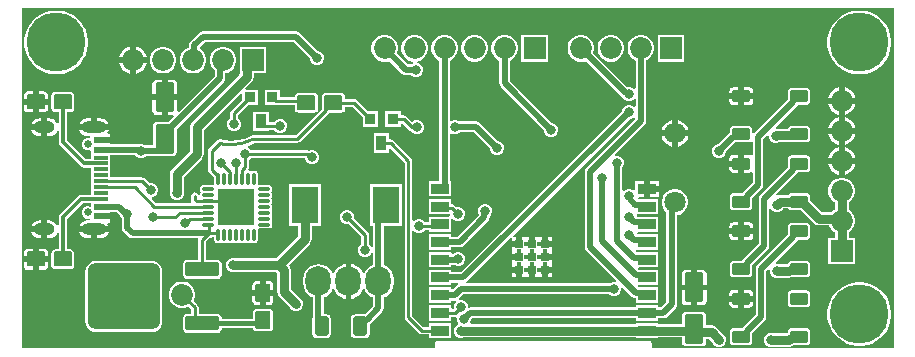
<source format=gbr>
%TF.GenerationSoftware,Altium Limited,Altium Designer,24.0.1 (36)*%
G04 Layer_Physical_Order=1*
G04 Layer_Color=255*
%FSLAX45Y45*%
%MOMM*%
%TF.SameCoordinates,65C793CC-7C80-44E8-9821-AA658A2EEAB5*%
%TF.FilePolarity,Positive*%
%TF.FileFunction,Copper,L1,Top,Signal*%
%TF.Part,Single*%
G01*
G75*
%TA.AperFunction,Conductor*%
%ADD10C,0.25000*%
%TA.AperFunction,SMDPad,CuDef*%
%ADD11R,0.91440X1.27000*%
%ADD12R,0.91440X0.91440*%
G04:AMPARAMS|DCode=13|XSize=2.5mm|YSize=1.6mm|CornerRadius=0.12mm|HoleSize=0mm|Usage=FLASHONLY|Rotation=90.000|XOffset=0mm|YOffset=0mm|HoleType=Round|Shape=RoundedRectangle|*
%AMROUNDEDRECTD13*
21,1,2.50000,1.36000,0,0,90.0*
21,1,2.26000,1.60000,0,0,90.0*
1,1,0.24000,0.68000,1.13000*
1,1,0.24000,0.68000,-1.13000*
1,1,0.24000,-0.68000,-1.13000*
1,1,0.24000,-0.68000,1.13000*
%
%ADD13ROUNDEDRECTD13*%
G04:AMPARAMS|DCode=14|XSize=1.524mm|YSize=1.27mm|CornerRadius=0.09525mm|HoleSize=0mm|Usage=FLASHONLY|Rotation=0.000|XOffset=0mm|YOffset=0mm|HoleType=Round|Shape=RoundedRectangle|*
%AMROUNDEDRECTD14*
21,1,1.52400,1.07950,0,0,0.0*
21,1,1.33350,1.27000,0,0,0.0*
1,1,0.19050,0.66675,-0.53975*
1,1,0.19050,-0.66675,-0.53975*
1,1,0.19050,-0.66675,0.53975*
1,1,0.19050,0.66675,0.53975*
%
%ADD14ROUNDEDRECTD14*%
G04:AMPARAMS|DCode=15|XSize=1mm|YSize=1.5mm|CornerRadius=0.075mm|HoleSize=0mm|Usage=FLASHONLY|Rotation=90.000|XOffset=0mm|YOffset=0mm|HoleType=Round|Shape=RoundedRectangle|*
%AMROUNDEDRECTD15*
21,1,1.00000,1.35000,0,0,90.0*
21,1,0.85000,1.50000,0,0,90.0*
1,1,0.15000,0.67500,0.42500*
1,1,0.15000,0.67500,-0.42500*
1,1,0.15000,-0.67500,-0.42500*
1,1,0.15000,-0.67500,0.42500*
%
%ADD15ROUNDEDRECTD15*%
%TA.AperFunction,ConnectorPad*%
%ADD16R,1.15000X0.30000*%
%ADD17R,1.15000X0.60000*%
%TA.AperFunction,SMDPad,CuDef*%
G04:AMPARAMS|DCode=18|XSize=2.83mm|YSize=1.22mm|CornerRadius=0.1525mm|HoleSize=0mm|Usage=FLASHONLY|Rotation=180.000|XOffset=0mm|YOffset=0mm|HoleType=Round|Shape=RoundedRectangle|*
%AMROUNDEDRECTD18*
21,1,2.83000,0.91500,0,0,180.0*
21,1,2.52500,1.22000,0,0,180.0*
1,1,0.30500,-1.26250,0.45750*
1,1,0.30500,1.26250,0.45750*
1,1,0.30500,1.26250,-0.45750*
1,1,0.30500,-1.26250,-0.45750*
%
%ADD18ROUNDEDRECTD18*%
G04:AMPARAMS|DCode=19|XSize=6.1mm|YSize=5.63mm|CornerRadius=0.70375mm|HoleSize=0mm|Usage=FLASHONLY|Rotation=180.000|XOffset=0mm|YOffset=0mm|HoleType=Round|Shape=RoundedRectangle|*
%AMROUNDEDRECTD19*
21,1,6.10000,4.22250,0,0,180.0*
21,1,4.69250,5.63000,0,0,180.0*
1,1,1.40750,-2.34625,2.11125*
1,1,1.40750,2.34625,2.11125*
1,1,1.40750,2.34625,-2.11125*
1,1,1.40750,-2.34625,-2.11125*
%
%ADD19ROUNDEDRECTD19*%
%ADD20R,2.29000X3.12000*%
G04:AMPARAMS|DCode=21|XSize=1.524mm|YSize=1.27mm|CornerRadius=0.09525mm|HoleSize=0mm|Usage=FLASHONLY|Rotation=270.000|XOffset=0mm|YOffset=0mm|HoleType=Round|Shape=RoundedRectangle|*
%AMROUNDEDRECTD21*
21,1,1.52400,1.07950,0,0,270.0*
21,1,1.33350,1.27000,0,0,270.0*
1,1,0.19050,-0.53975,-0.66675*
1,1,0.19050,-0.53975,0.66675*
1,1,0.19050,0.53975,0.66675*
1,1,0.19050,0.53975,-0.66675*
%
%ADD21ROUNDEDRECTD21*%
G04:AMPARAMS|DCode=22|XSize=1.14mm|YSize=1.63mm|CornerRadius=0.1425mm|HoleSize=0mm|Usage=FLASHONLY|Rotation=0.000|XOffset=0mm|YOffset=0mm|HoleType=Round|Shape=RoundedRectangle|*
%AMROUNDEDRECTD22*
21,1,1.14000,1.34500,0,0,0.0*
21,1,0.85500,1.63000,0,0,0.0*
1,1,0.28500,0.42750,-0.67250*
1,1,0.28500,-0.42750,-0.67250*
1,1,0.28500,-0.42750,0.67250*
1,1,0.28500,0.42750,0.67250*
%
%ADD22ROUNDEDRECTD22*%
G04:AMPARAMS|DCode=23|XSize=0.97mm|YSize=0.26mm|CornerRadius=0.0325mm|HoleSize=0mm|Usage=FLASHONLY|Rotation=90.000|XOffset=0mm|YOffset=0mm|HoleType=Round|Shape=RoundedRectangle|*
%AMROUNDEDRECTD23*
21,1,0.97000,0.19500,0,0,90.0*
21,1,0.90500,0.26000,0,0,90.0*
1,1,0.06500,0.09750,0.45250*
1,1,0.06500,0.09750,-0.45250*
1,1,0.06500,-0.09750,-0.45250*
1,1,0.06500,-0.09750,0.45250*
%
%ADD23ROUNDEDRECTD23*%
G04:AMPARAMS|DCode=24|XSize=0.97mm|YSize=0.26mm|CornerRadius=0.0325mm|HoleSize=0mm|Usage=FLASHONLY|Rotation=0.000|XOffset=0mm|YOffset=0mm|HoleType=Round|Shape=RoundedRectangle|*
%AMROUNDEDRECTD24*
21,1,0.97000,0.19500,0,0,0.0*
21,1,0.90500,0.26000,0,0,0.0*
1,1,0.06500,0.45250,-0.09750*
1,1,0.06500,-0.45250,-0.09750*
1,1,0.06500,-0.45250,0.09750*
1,1,0.06500,0.45250,0.09750*
%
%ADD24ROUNDEDRECTD24*%
%ADD25R,3.15000X3.15000*%
%TA.AperFunction,BGAPad,CuDef*%
%ADD26R,0.70000X0.70000*%
%TA.AperFunction,ConnectorPad*%
%ADD27R,1.50000X0.90000*%
%TA.AperFunction,Conductor*%
%ADD28C,0.50000*%
%ADD29C,0.30000*%
%ADD30C,0.75000*%
%ADD31C,0.38100*%
%TA.AperFunction,ComponentPad*%
%ADD32C,1.85000*%
%ADD33R,1.85000X1.85000*%
%ADD34R,1.85000X1.85000*%
%ADD35C,5.00000*%
%ADD36C,0.65000*%
%ADD37O,2.10000X1.00000*%
%ADD38O,1.80000X1.00000*%
%ADD39O,2.15000X2.50000*%
%ADD40C,0.40000*%
%TA.AperFunction,ViaPad*%
%ADD41C,1.80000*%
%ADD42C,0.80000*%
%ADD43C,1.85000*%
G36*
X7441373Y58627D02*
X5395892D01*
Y100500D01*
X5394340Y108304D01*
X5389919Y114919D01*
X5383304Y119340D01*
X5375500Y120892D01*
X3575500D01*
X3567696Y119340D01*
X3561081Y114919D01*
X3556660Y108304D01*
X3555108Y100500D01*
Y58627D01*
X58626D01*
X58627Y2941373D01*
X1925000Y2941373D01*
X7441373D01*
X7441373Y58627D01*
D02*
G37*
%LPC*%
G36*
X1025000Y2614946D02*
Y2525000D01*
X1114946D01*
X1109493Y2545353D01*
X1094023Y2572146D01*
X1072147Y2594023D01*
X1045353Y2609492D01*
X1025000Y2614946D01*
D02*
G37*
G36*
X975000D02*
X954647Y2609492D01*
X927853Y2594023D01*
X905977Y2572146D01*
X890507Y2545353D01*
X885054Y2525000D01*
X975000D01*
Y2614946D01*
D02*
G37*
G36*
X5666500Y2712500D02*
X5441500D01*
Y2487500D01*
X5666500D01*
Y2712500D01*
D02*
G37*
G36*
X5060811D02*
X5031189D01*
X5002577Y2704833D01*
X4976923Y2690022D01*
X4955978Y2669076D01*
X4941167Y2643423D01*
X4933500Y2614811D01*
Y2585189D01*
X4941167Y2556577D01*
X4955978Y2530923D01*
X4976923Y2509977D01*
X5002577Y2495167D01*
X5031189Y2487500D01*
X5060811D01*
X5089423Y2495167D01*
X5115077Y2509977D01*
X5136022Y2530923D01*
X5150833Y2556577D01*
X5158500Y2585189D01*
Y2614811D01*
X5150833Y2643423D01*
X5136022Y2669076D01*
X5115077Y2690022D01*
X5089423Y2704833D01*
X5060811Y2712500D01*
D02*
G37*
G36*
X4512500D02*
X4287500D01*
Y2487500D01*
X4512500D01*
Y2712500D01*
D02*
G37*
G36*
X3906811D02*
X3877189D01*
X3848577Y2704833D01*
X3822924Y2690022D01*
X3801978Y2669076D01*
X3787167Y2643423D01*
X3779500Y2614811D01*
Y2585189D01*
X3787167Y2556577D01*
X3801978Y2530923D01*
X3822924Y2509977D01*
X3848577Y2495167D01*
X3877189Y2487500D01*
X3906811D01*
X3935423Y2495167D01*
X3961077Y2509977D01*
X3982023Y2530923D01*
X3996833Y2556577D01*
X4004500Y2585189D01*
Y2614811D01*
X3996833Y2643423D01*
X3982023Y2669076D01*
X3961077Y2690022D01*
X3935423Y2704833D01*
X3906811Y2712500D01*
D02*
G37*
G36*
X3398811D02*
X3369189D01*
X3340577Y2704833D01*
X3314924Y2690022D01*
X3293978Y2669076D01*
X3279167Y2643423D01*
X3271500Y2614811D01*
Y2585189D01*
X3279167Y2556577D01*
X3293978Y2530923D01*
X3314924Y2509977D01*
X3340577Y2495167D01*
X3369189Y2487500D01*
X3373331D01*
X3375857Y2474800D01*
X3362013Y2469065D01*
X3357029Y2464081D01*
X3330805D01*
X3235568Y2559318D01*
X3242500Y2585189D01*
Y2614811D01*
X3234833Y2643423D01*
X3220023Y2669076D01*
X3199077Y2690022D01*
X3173423Y2704833D01*
X3144811Y2712500D01*
X3115189D01*
X3086577Y2704833D01*
X3060924Y2690022D01*
X3039978Y2669076D01*
X3025167Y2643423D01*
X3017500Y2614811D01*
Y2585189D01*
X3025167Y2556577D01*
X3039978Y2530923D01*
X3060924Y2509977D01*
X3086577Y2495167D01*
X3115189Y2487500D01*
X3144811D01*
X3170681Y2494432D01*
X3279357Y2385757D01*
X3294242Y2375811D01*
X3311800Y2372318D01*
X3357029D01*
X3362013Y2367334D01*
X3384065Y2358200D01*
X3407935D01*
X3429987Y2367334D01*
X3446866Y2384213D01*
X3456000Y2406265D01*
Y2430135D01*
X3446866Y2452187D01*
X3429987Y2469065D01*
X3409992Y2477348D01*
X3408718Y2484980D01*
X3409335Y2490320D01*
X3427423Y2495167D01*
X3453077Y2509977D01*
X3474023Y2530923D01*
X3488833Y2556577D01*
X3496500Y2585189D01*
Y2614811D01*
X3488833Y2643423D01*
X3474023Y2669076D01*
X3453077Y2690022D01*
X3427423Y2704833D01*
X3398811Y2712500D01*
D02*
G37*
G36*
X2380000Y2743481D02*
X1592600D01*
X1575042Y2739989D01*
X1560157Y2730043D01*
X1487497Y2657383D01*
X1477551Y2642498D01*
X1474059Y2624940D01*
Y2607374D01*
X1464577Y2604833D01*
X1438923Y2590022D01*
X1417978Y2569076D01*
X1403167Y2543423D01*
X1395500Y2514811D01*
Y2485189D01*
X1403167Y2456576D01*
X1417978Y2430923D01*
X1438923Y2409977D01*
X1464577Y2395167D01*
X1493189Y2387500D01*
X1522811D01*
X1551423Y2395167D01*
X1577077Y2409977D01*
X1598022Y2430923D01*
X1612833Y2456576D01*
X1620500Y2485189D01*
Y2514811D01*
X1612833Y2543423D01*
X1598022Y2569076D01*
X1577077Y2590022D01*
X1569135Y2594607D01*
X1567960Y2608073D01*
X1611605Y2651718D01*
X2360995D01*
X2497800Y2514913D01*
Y2507865D01*
X2506935Y2485813D01*
X2523813Y2468934D01*
X2545865Y2459800D01*
X2569735D01*
X2591787Y2468934D01*
X2608666Y2485813D01*
X2617800Y2507865D01*
Y2531735D01*
X2608666Y2553787D01*
X2591787Y2570665D01*
X2569735Y2579800D01*
X2562687D01*
X2412443Y2730043D01*
X2397558Y2739989D01*
X2380000Y2743481D01*
D02*
G37*
G36*
X2128500Y2612500D02*
X1903500D01*
Y2387500D01*
X1903500Y2387500D01*
X1903500D01*
X1903500Y2387500D01*
X1899674Y2376385D01*
X1500345Y1977055D01*
X1487636Y1958035D01*
X1483174Y1935600D01*
Y1731284D01*
X1330145Y1578255D01*
X1317436Y1559235D01*
X1312973Y1536800D01*
Y1386850D01*
X1311600Y1383535D01*
Y1359665D01*
X1320734Y1337613D01*
X1337613Y1320734D01*
X1359665Y1311600D01*
X1383535D01*
X1405587Y1320734D01*
X1422466Y1337613D01*
X1431600Y1359665D01*
Y1383535D01*
X1430227Y1386850D01*
Y1512516D01*
X1583255Y1665545D01*
X1595964Y1684565D01*
X1600427Y1707000D01*
Y1911316D01*
X1911367Y2222256D01*
X1923100Y2217396D01*
Y2165542D01*
X1830769Y2073211D01*
X1823586Y2062461D01*
X1821063Y2049780D01*
Y2007018D01*
X1820213Y2006666D01*
X1803334Y1989787D01*
X1794200Y1967735D01*
Y1943865D01*
X1803334Y1921813D01*
X1820213Y1904934D01*
X1842265Y1895800D01*
X1866135D01*
X1888187Y1904934D01*
X1905066Y1921813D01*
X1914200Y1943865D01*
Y1967735D01*
X1905066Y1989787D01*
X1888187Y2006666D01*
X1887337Y2007018D01*
Y2036055D01*
X1969962Y2118680D01*
X2054540D01*
Y2250120D01*
X1955824D01*
X1950964Y2261853D01*
X2005506Y2316395D01*
X2018214Y2335415D01*
X2022677Y2357851D01*
Y2387500D01*
X2128500D01*
Y2612500D01*
D02*
G37*
G36*
X1268811D02*
X1239189D01*
X1210577Y2604833D01*
X1184923Y2590022D01*
X1163978Y2569076D01*
X1149167Y2543423D01*
X1141500Y2514811D01*
Y2485189D01*
X1149167Y2456576D01*
X1163978Y2430923D01*
X1184923Y2409977D01*
X1210577Y2395167D01*
X1239189Y2387500D01*
X1268811D01*
X1297423Y2395167D01*
X1323077Y2409977D01*
X1344022Y2430923D01*
X1358833Y2456576D01*
X1366500Y2485189D01*
Y2514811D01*
X1358833Y2543423D01*
X1344022Y2569076D01*
X1323077Y2590022D01*
X1297423Y2604833D01*
X1268811Y2612500D01*
D02*
G37*
G36*
X1114946Y2475000D02*
X1025000D01*
Y2385054D01*
X1045353Y2390507D01*
X1072147Y2405976D01*
X1094023Y2427853D01*
X1109493Y2454647D01*
X1114946Y2475000D01*
D02*
G37*
G36*
X975000D02*
X885054D01*
X890507Y2454647D01*
X905977Y2427853D01*
X927853Y2405976D01*
X954647Y2390507D01*
X975000Y2385054D01*
Y2475000D01*
D02*
G37*
G36*
X7171250Y2920000D02*
X7128751D01*
X7086775Y2913352D01*
X7046356Y2900218D01*
X7008489Y2880924D01*
X6974107Y2855944D01*
X6944056Y2825893D01*
X6919076Y2791511D01*
X6899781Y2753644D01*
X6886648Y2713225D01*
X6880000Y2671249D01*
Y2628750D01*
X6886648Y2586775D01*
X6899781Y2546356D01*
X6919076Y2508489D01*
X6944056Y2474107D01*
X6974107Y2444055D01*
X7008489Y2419075D01*
X7046356Y2399781D01*
X7086775Y2386648D01*
X7128751Y2380000D01*
X7171250D01*
X7213225Y2386648D01*
X7253644Y2399781D01*
X7291511Y2419075D01*
X7325893Y2444055D01*
X7355945Y2474107D01*
X7380925Y2508489D01*
X7400219Y2546356D01*
X7413352Y2586775D01*
X7420000Y2628750D01*
Y2671249D01*
X7413352Y2713225D01*
X7400219Y2753644D01*
X7380925Y2791511D01*
X7355945Y2825893D01*
X7325893Y2855944D01*
X7291511Y2880924D01*
X7253644Y2900218D01*
X7213225Y2913352D01*
X7171250Y2920000D01*
D02*
G37*
G36*
X371249D02*
X328751D01*
X286775Y2913352D01*
X246356Y2900218D01*
X208489Y2880924D01*
X174107Y2855944D01*
X144056Y2825893D01*
X119075Y2791511D01*
X99781Y2753644D01*
X86648Y2713225D01*
X80000Y2671249D01*
Y2628750D01*
X86648Y2586775D01*
X99781Y2546356D01*
X119075Y2508489D01*
X144056Y2474107D01*
X174107Y2444055D01*
X208489Y2419075D01*
X246356Y2399781D01*
X286775Y2386648D01*
X328751Y2380000D01*
X371249D01*
X413225Y2386648D01*
X453644Y2399781D01*
X491511Y2419075D01*
X525893Y2444055D01*
X555945Y2474107D01*
X580925Y2508489D01*
X600219Y2546356D01*
X613352Y2586775D01*
X620000Y2628750D01*
Y2671249D01*
X613352Y2713225D01*
X600219Y2753644D01*
X580925Y2791511D01*
X555945Y2825893D01*
X525893Y2855944D01*
X491511Y2880924D01*
X453644Y2900218D01*
X413225Y2913352D01*
X371249Y2920000D01*
D02*
G37*
G36*
X5314811Y2712500D02*
X5285189D01*
X5256577Y2704833D01*
X5230923Y2690022D01*
X5209978Y2669076D01*
X5195167Y2643423D01*
X5187500Y2614811D01*
Y2585189D01*
X5195167Y2556577D01*
X5209978Y2530923D01*
X5230923Y2509977D01*
X5255119Y2496009D01*
Y2262095D01*
X5242419Y2256834D01*
X5233387Y2265865D01*
X5211335Y2275000D01*
X5187465D01*
X5183520Y2273366D01*
X4897568Y2559318D01*
X4904500Y2585189D01*
Y2614811D01*
X4896833Y2643423D01*
X4882022Y2669076D01*
X4861077Y2690022D01*
X4835423Y2704833D01*
X4806811Y2712500D01*
X4777189D01*
X4748577Y2704833D01*
X4722923Y2690022D01*
X4701978Y2669076D01*
X4687167Y2643423D01*
X4679500Y2614811D01*
Y2585189D01*
X4687167Y2556577D01*
X4701978Y2530923D01*
X4722923Y2509977D01*
X4748577Y2495167D01*
X4777189Y2487500D01*
X4806811D01*
X4832681Y2494432D01*
X5138817Y2188297D01*
X5148081Y2182106D01*
X5148535Y2181013D01*
X5165413Y2164134D01*
X5187465Y2155000D01*
X5211335D01*
X5233387Y2164134D01*
X5242419Y2173166D01*
X5255119Y2167905D01*
Y2109695D01*
X5242419Y2104434D01*
X5233387Y2113465D01*
X5211335Y2122600D01*
X5187465D01*
X5165413Y2113465D01*
X5148535Y2096587D01*
X5139400Y2074535D01*
Y2067486D01*
X3778295Y706381D01*
X3695500D01*
Y725500D01*
X3505500D01*
Y595500D01*
X3695500D01*
Y614618D01*
X3748898D01*
X3752751Y601918D01*
X3744557Y596443D01*
X3708200Y560086D01*
X3695500Y565325D01*
Y575500D01*
X3505500D01*
Y445500D01*
X3695500D01*
Y464618D01*
X3723500D01*
X3728125Y465538D01*
X3734381Y453834D01*
X3726135Y445587D01*
X3717000Y423535D01*
Y402732D01*
X3705956Y395668D01*
X3695500Y399387D01*
Y425500D01*
X3505500D01*
Y295500D01*
X3695500D01*
Y327363D01*
X3725900D01*
X3731351Y328448D01*
X3735023Y326284D01*
X3741346Y320310D01*
X3742400Y318326D01*
Y298065D01*
X3751339Y276485D01*
X3748154Y264280D01*
X3740301Y261027D01*
X3723422Y244148D01*
X3714288Y222096D01*
Y198226D01*
X3723422Y176174D01*
X3740301Y159296D01*
X3762353Y150161D01*
X3786223D01*
X3790356Y151873D01*
X5255500D01*
Y145500D01*
X5445500D01*
Y151873D01*
X5649374D01*
Y112000D01*
X5651857Y99514D01*
X5658930Y88929D01*
X5669515Y81857D01*
X5682000Y79373D01*
X5818000D01*
X5830486Y81857D01*
X5841071Y88929D01*
X5848143Y99514D01*
X5850627Y112000D01*
Y136407D01*
X5874283D01*
X5909161Y101528D01*
X5910535Y98213D01*
X5927413Y81334D01*
X5949465Y72200D01*
X5973335D01*
X5995387Y81334D01*
X6012266Y98213D01*
X6021400Y120265D01*
Y144135D01*
X6012266Y166187D01*
X5995387Y183065D01*
X5992072Y184439D01*
X5940021Y236489D01*
X5921002Y249197D01*
X5898566Y253660D01*
X5850627D01*
Y338000D01*
X5848143Y350486D01*
X5841071Y361071D01*
X5830486Y368143D01*
X5818000Y370627D01*
X5682000D01*
X5669515Y368143D01*
X5658930Y361071D01*
X5651857Y350486D01*
X5649374Y338000D01*
Y269126D01*
X5445500D01*
Y275500D01*
X5255500D01*
Y269126D01*
X3862973D01*
X3855674Y281827D01*
X3862400Y298065D01*
Y305113D01*
X3871905Y314618D01*
X5255500D01*
Y295500D01*
X5445500D01*
Y314618D01*
X5491300D01*
X5508858Y318111D01*
X5523743Y328057D01*
X5595043Y399357D01*
X5604989Y414242D01*
X5608482Y431800D01*
Y1187008D01*
X5630458Y1192897D01*
X5655541Y1207378D01*
X5676022Y1227859D01*
X5690503Y1252942D01*
X5698000Y1280918D01*
Y1309882D01*
X5690503Y1337858D01*
X5676022Y1362941D01*
X5655541Y1383422D01*
X5630458Y1397903D01*
X5602482Y1405400D01*
X5573518D01*
X5545542Y1397903D01*
X5520459Y1383422D01*
X5499978Y1362941D01*
X5485497Y1337858D01*
X5478000Y1309882D01*
Y1280918D01*
X5485497Y1252942D01*
X5499978Y1227859D01*
X5516718Y1211118D01*
Y450805D01*
X5472295Y406381D01*
X5445500D01*
Y425500D01*
X5255500D01*
Y406381D01*
X3852900D01*
X3846817Y405171D01*
X3837000Y413229D01*
Y423535D01*
X3827866Y445587D01*
X3810987Y462465D01*
X3788935Y471600D01*
X3767447D01*
X3762876Y478281D01*
X3761220Y483333D01*
X3796005Y518118D01*
X5033429D01*
X5038413Y513134D01*
X5060465Y504000D01*
X5084335D01*
X5106387Y513134D01*
X5123266Y530013D01*
X5132400Y552065D01*
Y573553D01*
X5139081Y578124D01*
X5144133Y579780D01*
X5225857Y498057D01*
X5240742Y488111D01*
X5255500Y485175D01*
Y445500D01*
X5445500D01*
Y575500D01*
X5334933D01*
X5330500Y576382D01*
X5279128D01*
X5273610Y583284D01*
X5279008Y595500D01*
X5445500D01*
Y725500D01*
X5334933D01*
X5330500Y726382D01*
X5281528D01*
X5276011Y733284D01*
X5281409Y745500D01*
X5445500D01*
Y875500D01*
X5257587D01*
X5255468Y877619D01*
Y882861D01*
X5255500Y895452D01*
X5255515Y895467D01*
X5268068Y895500D01*
X5445500D01*
Y1025500D01*
X5331934D01*
X5331245Y1025637D01*
X5269454D01*
X5265248Y1033950D01*
X5272697Y1045500D01*
X5445500D01*
Y1175500D01*
X5331934D01*
X5331245Y1175637D01*
X5270735D01*
X5267905Y1177829D01*
X5266269Y1190029D01*
X5270685Y1195500D01*
X5445500D01*
Y1325500D01*
X5275280D01*
X5273743Y1327800D01*
X5280532Y1340500D01*
X5325500D01*
Y1410499D01*
Y1480500D01*
X5250500D01*
Y1403113D01*
X5237800Y1397852D01*
X5233387Y1402265D01*
X5211335Y1411400D01*
X5187465D01*
X5165413Y1402265D01*
X5156382Y1393234D01*
X5143682Y1398495D01*
Y1591829D01*
X5148666Y1596813D01*
X5157800Y1618865D01*
Y1642735D01*
X5148666Y1664787D01*
X5131787Y1681665D01*
X5109735Y1690800D01*
X5088247D01*
X5083676Y1697481D01*
X5082020Y1702533D01*
X5333443Y1953957D01*
X5343389Y1968842D01*
X5346882Y1986400D01*
Y2497163D01*
X5369077Y2509977D01*
X5390022Y2530923D01*
X5404833Y2556577D01*
X5412500Y2585189D01*
Y2614811D01*
X5404833Y2643423D01*
X5390022Y2669076D01*
X5369077Y2690022D01*
X5343423Y2704833D01*
X5314811Y2712500D01*
D02*
G37*
G36*
X6216500Y2270136D02*
X6174001D01*
Y2219500D01*
X6249637D01*
Y2237000D01*
X6247114Y2249681D01*
X6239931Y2260431D01*
X6229181Y2267614D01*
X6216500Y2270136D01*
D02*
G37*
G36*
X6124001D02*
X6081500D01*
X6068819Y2267614D01*
X6058069Y2260431D01*
X6050886Y2249681D01*
X6048364Y2237000D01*
Y2219500D01*
X6124001D01*
Y2270136D01*
D02*
G37*
G36*
X1338000Y2335125D02*
X1295000D01*
Y2209400D01*
X1375725D01*
Y2297400D01*
X1372853Y2311837D01*
X1364675Y2324076D01*
X1352436Y2332253D01*
X1338000Y2335125D01*
D02*
G37*
G36*
X1245000D02*
X1202000D01*
X1187564Y2332253D01*
X1175325Y2324076D01*
X1167147Y2311837D01*
X1164275Y2297400D01*
Y2209400D01*
X1245000D01*
Y2335125D01*
D02*
G37*
G36*
X7025000Y2268946D02*
Y2179000D01*
X7114946D01*
X7109493Y2199353D01*
X7094023Y2226147D01*
X7072147Y2248023D01*
X7045353Y2263493D01*
X7025000Y2268946D01*
D02*
G37*
G36*
X6975000D02*
X6954647Y2263493D01*
X6927853Y2248023D01*
X6905977Y2226147D01*
X6890507Y2199353D01*
X6885054Y2179000D01*
X6975000D01*
Y2268946D01*
D02*
G37*
G36*
X244475Y2235476D02*
X202800D01*
Y2171300D01*
X279676D01*
Y2200275D01*
X276997Y2213746D01*
X269366Y2225166D01*
X257946Y2232797D01*
X244475Y2235476D01*
D02*
G37*
G36*
X152800D02*
X111125D01*
X97654Y2232797D01*
X86234Y2225166D01*
X78603Y2213746D01*
X75924Y2200275D01*
Y2171300D01*
X152800D01*
Y2235476D01*
D02*
G37*
G36*
X6249637Y2169500D02*
X6174001D01*
Y2118863D01*
X6216500D01*
X6229181Y2121386D01*
X6239931Y2128569D01*
X6247114Y2139319D01*
X6249637Y2152000D01*
Y2169500D01*
D02*
G37*
G36*
X6124001D02*
X6048364D01*
Y2152000D01*
X6050886Y2139319D01*
X6058069Y2128569D01*
X6068819Y2121386D01*
X6081500Y2118863D01*
X6124001D01*
Y2169500D01*
D02*
G37*
G36*
X1776811Y2612500D02*
X1747189D01*
X1718577Y2604833D01*
X1692923Y2590022D01*
X1671978Y2569076D01*
X1657167Y2543423D01*
X1649500Y2514811D01*
Y2485189D01*
X1657167Y2456576D01*
X1671978Y2430923D01*
X1690287Y2412613D01*
Y2364774D01*
X1386627Y2061114D01*
X1374923Y2067370D01*
X1375725Y2071400D01*
Y2159400D01*
X1295000D01*
Y2033675D01*
X1338000D01*
X1342030Y2034477D01*
X1348286Y2022772D01*
X1305541Y1980027D01*
X1202000D01*
X1189515Y1977543D01*
X1178930Y1970471D01*
X1171857Y1959886D01*
X1169373Y1947400D01*
Y1780157D01*
X1162660Y1778822D01*
X1098962D01*
X1078735Y1787200D01*
X1054865D01*
X1049801Y1785102D01*
X1045882Y1785882D01*
X808000D01*
Y1795000D01*
X725500D01*
Y1845000D01*
X808000D01*
Y1875000D01*
X789806D01*
X783543Y1887700D01*
X788512Y1894177D01*
X793824Y1907000D01*
X542176D01*
X547488Y1894177D01*
X559509Y1878509D01*
X575176Y1866488D01*
X593421Y1858930D01*
X613000Y1856353D01*
X634288D01*
X635511Y1852319D01*
X632959Y1848413D01*
X625521Y1841500D01*
X607557D01*
X588261Y1833507D01*
X573493Y1818739D01*
X565500Y1799443D01*
Y1778557D01*
X573493Y1759261D01*
X588261Y1744493D01*
X607557Y1736500D01*
X628443D01*
X635300Y1739340D01*
X648000Y1730854D01*
Y1660686D01*
X599581D01*
X442086Y1818182D01*
Y2062222D01*
X473075D01*
X484595Y2064513D01*
X494361Y2071039D01*
X500887Y2080805D01*
X503178Y2092325D01*
Y2200275D01*
X500887Y2211795D01*
X494361Y2221561D01*
X484595Y2228087D01*
X473075Y2230378D01*
X339725D01*
X328205Y2228087D01*
X318439Y2221561D01*
X311913Y2211795D01*
X309622Y2200275D01*
Y2092325D01*
X311913Y2080805D01*
X318439Y2071039D01*
X328205Y2064513D01*
X339725Y2062222D01*
X370714D01*
Y1966309D01*
X358014Y1963783D01*
X355512Y1969823D01*
X343491Y1985491D01*
X327823Y1997512D01*
X309579Y2005069D01*
X290000Y2007647D01*
X275000D01*
Y1932000D01*
Y1856353D01*
X290000D01*
X309579Y1858930D01*
X327823Y1866488D01*
X343491Y1878509D01*
X355512Y1894177D01*
X358014Y1900217D01*
X370714Y1897691D01*
Y1803400D01*
X373431Y1789744D01*
X381166Y1778166D01*
X559566Y1599766D01*
X571144Y1592031D01*
X584800Y1589314D01*
X648000D01*
Y1490000D01*
Y1360686D01*
X563000D01*
X549344Y1357969D01*
X537767Y1350234D01*
X381166Y1193634D01*
X373431Y1182056D01*
X370714Y1168400D01*
Y1102309D01*
X358014Y1099783D01*
X355512Y1105824D01*
X343491Y1121491D01*
X327823Y1133512D01*
X309579Y1141070D01*
X290000Y1143647D01*
X275000D01*
Y1068000D01*
Y992353D01*
X290000D01*
X309579Y994931D01*
X327823Y1002488D01*
X343491Y1014510D01*
X355512Y1030177D01*
X358014Y1036217D01*
X370714Y1033691D01*
Y896878D01*
X339725D01*
X328205Y894587D01*
X318439Y888061D01*
X311913Y878295D01*
X309622Y866775D01*
Y758825D01*
X311913Y747305D01*
X318439Y737539D01*
X328205Y731013D01*
X339725Y728722D01*
X473075D01*
X484595Y731013D01*
X494361Y737539D01*
X500887Y747305D01*
X503178Y758825D01*
Y866775D01*
X500887Y878295D01*
X494361Y888061D01*
X484595Y894587D01*
X473075Y896878D01*
X442086D01*
Y1153618D01*
X577782Y1289314D01*
X648000D01*
Y1269146D01*
X635300Y1260660D01*
X628443Y1263500D01*
X607557D01*
X588261Y1255508D01*
X573493Y1240739D01*
X565500Y1221443D01*
Y1200557D01*
X573493Y1181261D01*
X588261Y1166493D01*
X607557Y1158500D01*
X625521D01*
X632959Y1151587D01*
X635511Y1147681D01*
X634288Y1143647D01*
X613000D01*
X593421Y1141070D01*
X575176Y1133512D01*
X559509Y1121491D01*
X547488Y1105824D01*
X542176Y1093000D01*
X793824D01*
X788512Y1105824D01*
X783543Y1112300D01*
X789806Y1125000D01*
X808000D01*
Y1155000D01*
X725500D01*
Y1205000D01*
X808000D01*
Y1214118D01*
X862877D01*
X890756Y1186239D01*
X899134Y1166013D01*
X904118Y1161029D01*
Y1082000D01*
X907611Y1064442D01*
X917557Y1049557D01*
X963712Y1003402D01*
X978597Y993456D01*
X996155Y989963D01*
X1546347D01*
X1554404Y980146D01*
X1554363Y979945D01*
Y811190D01*
X1461250D01*
X1447496Y808455D01*
X1435836Y800664D01*
X1428045Y789004D01*
X1425310Y775250D01*
Y683750D01*
X1428045Y669996D01*
X1435836Y658336D01*
X1447496Y650545D01*
X1461250Y647809D01*
X1713750D01*
X1727504Y650545D01*
X1739164Y658336D01*
X1746955Y669996D01*
X1749690Y683750D01*
Y775250D01*
X1746955Y789004D01*
X1739164Y800664D01*
X1727504Y808455D01*
X1713750Y811190D01*
X1620637D01*
Y966219D01*
X1644624Y990207D01*
X1660958Y993456D01*
X1674805Y1002708D01*
X1688545D01*
Y975950D01*
X1690349Y966878D01*
X1695488Y959188D01*
X1703178Y954049D01*
X1712250Y952244D01*
X1731750D01*
X1740822Y954049D01*
X1747000Y958177D01*
X1753178Y954049D01*
X1762250Y952244D01*
X1781750D01*
X1790822Y954049D01*
X1797000Y958177D01*
X1803179Y954049D01*
X1812250Y952244D01*
X1831750D01*
X1840822Y954049D01*
X1847000Y958177D01*
X1853178Y954049D01*
X1862250Y952244D01*
X1881750D01*
X1890822Y954049D01*
X1897000Y958177D01*
X1903178Y954049D01*
X1912250Y952244D01*
X1931750D01*
X1940822Y954049D01*
X1947000Y958177D01*
X1953178Y954049D01*
X1962250Y952244D01*
X1981750D01*
X1990822Y954049D01*
X1997000Y958177D01*
X2003178Y954049D01*
X2012250Y952244D01*
X2031750D01*
X2040822Y954049D01*
X2048512Y959188D01*
X2053651Y966878D01*
X2055455Y975950D01*
Y1063445D01*
X2060239Y1069961D01*
X2066755Y1074745D01*
X2154250D01*
X2163322Y1076549D01*
X2171012Y1081688D01*
X2176151Y1089378D01*
X2177956Y1098450D01*
Y1117950D01*
X2176151Y1127022D01*
X2172023Y1133200D01*
X2176151Y1139378D01*
X2177956Y1148450D01*
Y1167950D01*
X2176151Y1177022D01*
X2172023Y1183200D01*
X2176151Y1189378D01*
X2177956Y1198450D01*
Y1217950D01*
X2176151Y1227022D01*
X2172023Y1233200D01*
X2176151Y1239378D01*
X2177956Y1248450D01*
Y1267950D01*
X2176151Y1277022D01*
X2172023Y1283200D01*
X2176151Y1289378D01*
X2177956Y1298450D01*
Y1317950D01*
X2176151Y1327021D01*
X2172023Y1333200D01*
X2176151Y1339378D01*
X2177956Y1348450D01*
Y1367950D01*
X2176151Y1377022D01*
X2172023Y1383200D01*
X2176151Y1389378D01*
X2177956Y1398450D01*
Y1417950D01*
X2176151Y1427022D01*
X2171012Y1434712D01*
X2163322Y1439851D01*
X2154250Y1441655D01*
X2066755D01*
X2060239Y1446439D01*
X2055455Y1452954D01*
Y1540450D01*
X2053651Y1549522D01*
X2048512Y1557212D01*
X2040822Y1562351D01*
X2031750Y1564155D01*
X2012250D01*
X2003178Y1562351D01*
X1997000Y1558223D01*
X1990822Y1562351D01*
X1982983Y1563910D01*
X1980328Y1567505D01*
X1976359Y1576855D01*
X1978814Y1580531D01*
X1981337Y1593212D01*
Y1655782D01*
X1982187Y1656134D01*
X1999066Y1673013D01*
X1999418Y1673863D01*
X2454600D01*
Y1664465D01*
X2463734Y1642413D01*
X2480613Y1625534D01*
X2502665Y1616400D01*
X2526535D01*
X2548587Y1625534D01*
X2565466Y1642413D01*
X2574600Y1664465D01*
Y1688335D01*
X2565466Y1710387D01*
X2548587Y1727266D01*
X2526535Y1736400D01*
X2502665D01*
X2490905Y1731529D01*
X2481798Y1737614D01*
X2469117Y1740136D01*
X1999418D01*
X1999066Y1740987D01*
X1982187Y1757865D01*
X1971817Y1762161D01*
X1972261Y1775723D01*
X2000860Y1785431D01*
X2031198Y1800392D01*
X2032866Y1800863D01*
X2392700D01*
X2405381Y1803386D01*
X2416131Y1810569D01*
X2657231Y2051669D01*
X2659271Y2054722D01*
X2764175D01*
X2775695Y2057013D01*
X2785461Y2063539D01*
X2791987Y2073305D01*
X2794278Y2084825D01*
Y2105663D01*
X2856975D01*
X2943780Y2018858D01*
Y1934280D01*
X3075220D01*
Y2065720D01*
X2990642D01*
X2894131Y2162231D01*
X2883381Y2169414D01*
X2870700Y2171936D01*
X2794278D01*
Y2192775D01*
X2791987Y2204295D01*
X2785461Y2214061D01*
X2775695Y2220587D01*
X2764175Y2222878D01*
X2630825D01*
X2619305Y2220587D01*
X2609539Y2214061D01*
X2603013Y2204295D01*
X2600722Y2192775D01*
Y2088884D01*
X2378975Y1867136D01*
X2031566D01*
X2031232Y1867070D01*
X2030897Y1867130D01*
X2024645Y1867003D01*
X2023681Y1866791D01*
X2022701Y1866907D01*
X2017400Y1865410D01*
X2012018Y1864226D01*
X2011208Y1863660D01*
X2010258Y1863392D01*
X2004230Y1860317D01*
X2002435Y1858902D01*
X1945871Y1835472D01*
X1884312Y1820693D01*
X1823399Y1815899D01*
X1821200Y1816336D01*
X1820347Y1816167D01*
X1785262Y1819622D01*
X1781555Y1820746D01*
X1781537Y1820663D01*
X1781537Y1820663D01*
X1740836Y1829649D01*
X1737230Y1829725D01*
X1733692Y1830429D01*
X1730829Y1829859D01*
X1727910Y1829920D01*
X1724550Y1828610D01*
X1721012Y1827906D01*
X1718584Y1826284D01*
X1715864Y1825224D01*
X1713261Y1822728D01*
X1710261Y1820723D01*
X1645369Y1755831D01*
X1638186Y1745081D01*
X1635663Y1732400D01*
Y1571245D01*
X1638186Y1558564D01*
X1645369Y1547814D01*
X1685414Y1507769D01*
X1688545Y1505677D01*
Y1452954D01*
X1683761Y1446439D01*
X1677246Y1441655D01*
X1589750D01*
X1580678Y1439851D01*
X1572988Y1434712D01*
X1567849Y1427022D01*
X1566045Y1417950D01*
Y1398450D01*
X1567849Y1389378D01*
X1571977Y1383200D01*
X1567849Y1377022D01*
X1566045Y1367950D01*
Y1362893D01*
X1561439Y1361277D01*
X1553345Y1360781D01*
X1547431Y1369631D01*
X1536681Y1376814D01*
X1524000Y1379336D01*
X1511319Y1376814D01*
X1500569Y1369631D01*
X1498224Y1367286D01*
X1491041Y1356536D01*
X1488518Y1343855D01*
Y1323145D01*
X1491041Y1310464D01*
X1495336Y1304037D01*
X1489642Y1291337D01*
X1193926D01*
X1156996Y1328267D01*
X1161856Y1340000D01*
X1161935D01*
X1183987Y1349134D01*
X1200866Y1366013D01*
X1210000Y1388065D01*
Y1411935D01*
X1200866Y1433987D01*
X1183987Y1450866D01*
X1161935Y1460000D01*
X1138065D01*
X1137215Y1459648D01*
X1098431Y1498431D01*
X1087681Y1505614D01*
X1075000Y1508137D01*
X803000D01*
Y1590000D01*
Y1694119D01*
X1015559D01*
X1015934Y1693213D01*
X1032813Y1676334D01*
X1054865Y1667200D01*
X1078735D01*
X1100787Y1676334D01*
X1111511Y1687059D01*
X1168540D01*
X1175880Y1688519D01*
X1215000D01*
X1216281Y1688773D01*
X1338000D01*
X1350485Y1691257D01*
X1361070Y1698330D01*
X1368143Y1708915D01*
X1370627Y1721400D01*
Y1915340D01*
X1768612Y2313326D01*
X1778558Y2328211D01*
X1782051Y2345769D01*
Y2388904D01*
X1805423Y2395167D01*
X1831077Y2409977D01*
X1852022Y2430923D01*
X1866833Y2456576D01*
X1874500Y2485189D01*
Y2514811D01*
X1866833Y2543423D01*
X1852022Y2569076D01*
X1831077Y2590022D01*
X1805423Y2604833D01*
X1776811Y2612500D01*
D02*
G37*
G36*
X279676Y2121300D02*
X202800D01*
Y2057124D01*
X244475D01*
X257946Y2059803D01*
X269366Y2067434D01*
X276997Y2078854D01*
X279676Y2092325D01*
Y2121300D01*
D02*
G37*
G36*
X152800D02*
X75924D01*
Y2092325D01*
X78603Y2078854D01*
X86234Y2067434D01*
X97654Y2059803D01*
X111125Y2057124D01*
X152800D01*
Y2121300D01*
D02*
G37*
G36*
X2245040Y2250120D02*
X2113600D01*
Y2118680D01*
X2209340D01*
X2212540Y2118044D01*
X2372122D01*
Y2084825D01*
X2374413Y2073305D01*
X2380939Y2063539D01*
X2390705Y2057013D01*
X2402225Y2054722D01*
X2535575D01*
X2547095Y2057013D01*
X2556861Y2063539D01*
X2563387Y2073305D01*
X2565678Y2084825D01*
Y2192775D01*
X2563387Y2204295D01*
X2556861Y2214061D01*
X2547095Y2220587D01*
X2535575Y2222878D01*
X2402225D01*
X2390705Y2220587D01*
X2380939Y2214061D01*
X2374413Y2204295D01*
X2372122Y2192775D01*
Y2184317D01*
X2245040D01*
Y2250120D01*
D02*
G37*
G36*
X7114946Y2129000D02*
X7025000D01*
Y2039054D01*
X7045353Y2044507D01*
X7072147Y2059977D01*
X7094023Y2081853D01*
X7109493Y2108647D01*
X7114946Y2129000D01*
D02*
G37*
G36*
X6975000D02*
X6885054D01*
X6890507Y2108647D01*
X6905977Y2081853D01*
X6927853Y2059977D01*
X6954647Y2044507D01*
X6975000Y2039054D01*
Y2129000D01*
D02*
G37*
G36*
X1245000Y2159400D02*
X1164275D01*
Y2071400D01*
X1167147Y2056963D01*
X1175325Y2044724D01*
X1187564Y2036547D01*
X1202000Y2033675D01*
X1245000D01*
Y2159400D01*
D02*
G37*
G36*
X723000Y2007647D02*
X693000D01*
Y1957000D01*
X793824D01*
X788512Y1969823D01*
X776491Y1985491D01*
X760824Y1997512D01*
X742579Y2005069D01*
X723000Y2007647D01*
D02*
G37*
G36*
X643000D02*
X613000D01*
X593421Y2005069D01*
X575176Y1997512D01*
X559509Y1985491D01*
X547488Y1969823D01*
X542176Y1957000D01*
X643000D01*
Y2007647D01*
D02*
G37*
G36*
X225000D02*
X210000D01*
X190421Y2005069D01*
X172177Y1997512D01*
X156509Y1985491D01*
X144488Y1969823D01*
X139176Y1957000D01*
X225000D01*
Y2007647D01*
D02*
G37*
G36*
X7025000Y2014946D02*
Y1925000D01*
X7114946D01*
X7109493Y1945353D01*
X7094023Y1972147D01*
X7072147Y1994023D01*
X7045353Y2009493D01*
X7025000Y2014946D01*
D02*
G37*
G36*
X6975000D02*
X6954647Y2009493D01*
X6927853Y1994023D01*
X6905977Y1972147D01*
X6890507Y1945353D01*
X6885054Y1925000D01*
X6975000D01*
Y2014946D01*
D02*
G37*
G36*
X5613000Y1991958D02*
Y1904600D01*
X5700358D01*
X5695163Y1923988D01*
X5680023Y1950211D01*
X5658611Y1971623D01*
X5632388Y1986763D01*
X5613000Y1991958D01*
D02*
G37*
G36*
X5563000D02*
X5543612Y1986763D01*
X5517389Y1971623D01*
X5495977Y1950211D01*
X5480837Y1923988D01*
X5475642Y1904600D01*
X5563000D01*
Y1991958D01*
D02*
G37*
G36*
X2148520Y2064700D02*
X2017080D01*
Y1897700D01*
X2148520D01*
Y1909963D01*
X2196682D01*
X2197034Y1909113D01*
X2213913Y1892234D01*
X2235965Y1883100D01*
X2259835D01*
X2281887Y1892234D01*
X2298766Y1909113D01*
X2307900Y1931165D01*
Y1955035D01*
X2298766Y1977087D01*
X2281887Y1993966D01*
X2259835Y2003100D01*
X2235965D01*
X2213913Y1993966D01*
X2197034Y1977087D01*
X2196682Y1976237D01*
X2148520D01*
Y2064700D01*
D02*
G37*
G36*
X6706500Y2265038D02*
X6571500D01*
X6560770Y2262904D01*
X6551674Y2256826D01*
X6545596Y2247730D01*
X6543462Y2237000D01*
Y2171225D01*
X6543118Y2169500D01*
Y2163504D01*
X6259157Y1879543D01*
X6257239Y1876672D01*
X6244539Y1880525D01*
Y1917000D01*
X6242404Y1927730D01*
X6236326Y1936826D01*
X6227230Y1942904D01*
X6216500Y1945039D01*
X6081500D01*
X6070770Y1942904D01*
X6061674Y1936826D01*
X6055596Y1927730D01*
X6053462Y1917000D01*
Y1886891D01*
X6046057Y1881943D01*
X5956514Y1792400D01*
X5949465D01*
X5927413Y1783265D01*
X5910535Y1766387D01*
X5901400Y1744335D01*
Y1720465D01*
X5910535Y1698413D01*
X5927413Y1681534D01*
X5949465Y1672400D01*
X5973335D01*
X5995387Y1681534D01*
X6012266Y1698413D01*
X6021400Y1720465D01*
Y1727513D01*
X6097505Y1803618D01*
X6124000D01*
X6125725Y1803961D01*
X6216500D01*
X6227230Y1806096D01*
X6233019Y1809963D01*
X6244009Y1805764D01*
X6245719Y1804338D01*
Y1700338D01*
X6233019Y1693550D01*
X6229181Y1696114D01*
X6216500Y1698636D01*
X6174001D01*
Y1623000D01*
Y1547363D01*
X6216500D01*
X6229181Y1549886D01*
X6233019Y1552450D01*
X6245719Y1545661D01*
Y1464605D01*
X6166557Y1385443D01*
X6158603Y1373539D01*
X6081500D01*
X6070770Y1371404D01*
X6061674Y1365326D01*
X6055596Y1356230D01*
X6053462Y1345500D01*
Y1260500D01*
X6055596Y1249770D01*
X6061674Y1240674D01*
X6070770Y1234596D01*
X6081500Y1232461D01*
X6216500D01*
X6227230Y1234596D01*
X6236326Y1240674D01*
X6242404Y1249770D01*
X6244539Y1260500D01*
Y1326275D01*
X6244882Y1328000D01*
Y1333995D01*
X6324043Y1413157D01*
X6333989Y1428042D01*
X6337482Y1445600D01*
Y1828095D01*
X6371300Y1861913D01*
X6384000Y1856653D01*
Y1847465D01*
X6393135Y1825413D01*
X6410013Y1808534D01*
X6432065Y1799400D01*
X6455935D01*
X6465527Y1803373D01*
X6626500D01*
X6629456Y1803961D01*
X6706500D01*
X6717230Y1806096D01*
X6726326Y1812174D01*
X6732404Y1821270D01*
X6734539Y1832000D01*
Y1917000D01*
X6732404Y1927730D01*
X6726326Y1936826D01*
X6717230Y1942904D01*
X6706500Y1945039D01*
X6571500D01*
X6560770Y1942904D01*
X6551674Y1936826D01*
X6545596Y1927730D01*
X6544183Y1920626D01*
X6447974D01*
X6447930Y1920670D01*
X6441723Y1932336D01*
X6621443Y2112056D01*
X6629398Y2123961D01*
X6706500D01*
X6717230Y2126096D01*
X6726326Y2132174D01*
X6732404Y2141270D01*
X6734539Y2152000D01*
Y2237000D01*
X6732404Y2247730D01*
X6726326Y2256826D01*
X6717230Y2262904D01*
X6706500Y2265038D01*
D02*
G37*
G36*
X3265720Y2065720D02*
X3134280D01*
Y1934280D01*
X3265720D01*
Y1963384D01*
X3278420Y1965422D01*
X3336873Y1906969D01*
X3347623Y1899786D01*
X3351671Y1898981D01*
X3352734Y1896413D01*
X3369613Y1879534D01*
X3391665Y1870400D01*
X3415535D01*
X3437587Y1879534D01*
X3454466Y1896413D01*
X3463600Y1918465D01*
Y1942335D01*
X3454466Y1964387D01*
X3437587Y1981266D01*
X3415535Y1990400D01*
X3391665D01*
X3369613Y1981266D01*
X3362957Y1974609D01*
X3314135Y2023431D01*
X3303385Y2030614D01*
X3290704Y2033137D01*
X3265720D01*
Y2065720D01*
D02*
G37*
G36*
X225000Y1907000D02*
X139176D01*
X144488Y1894177D01*
X156509Y1878509D01*
X172177Y1866488D01*
X190421Y1858930D01*
X210000Y1856353D01*
X225000D01*
Y1907000D01*
D02*
G37*
G36*
X4160811Y2712500D02*
X4131189D01*
X4102577Y2704833D01*
X4076924Y2690022D01*
X4055978Y2669076D01*
X4041167Y2643423D01*
X4033500Y2614811D01*
Y2585189D01*
X4041167Y2556577D01*
X4055978Y2530923D01*
X4076924Y2509977D01*
X4100119Y2496586D01*
Y2303200D01*
X4103611Y2285642D01*
X4113557Y2270757D01*
X4479000Y1905313D01*
Y1898265D01*
X4488135Y1876213D01*
X4505013Y1859334D01*
X4527065Y1850200D01*
X4550935D01*
X4572987Y1859334D01*
X4589866Y1876213D01*
X4599000Y1898265D01*
Y1922135D01*
X4589866Y1944187D01*
X4572987Y1961065D01*
X4550935Y1970200D01*
X4543887D01*
X4191882Y2322205D01*
Y2496586D01*
X4215077Y2509977D01*
X4236023Y2530923D01*
X4250833Y2556577D01*
X4258500Y2585189D01*
Y2614811D01*
X4250833Y2643423D01*
X4236023Y2669076D01*
X4215077Y2690022D01*
X4189423Y2704833D01*
X4160811Y2712500D01*
D02*
G37*
G36*
X7114946Y1875000D02*
X7025000D01*
Y1785054D01*
X7045353Y1790507D01*
X7072147Y1805977D01*
X7094023Y1827853D01*
X7109493Y1854647D01*
X7114946Y1875000D01*
D02*
G37*
G36*
X6975000D02*
X6885054D01*
X6890507Y1854647D01*
X6905977Y1827853D01*
X6927853Y1805977D01*
X6954647Y1790507D01*
X6975000Y1785054D01*
Y1875000D01*
D02*
G37*
G36*
X5700358Y1854600D02*
X5613000D01*
Y1767242D01*
X5632388Y1772437D01*
X5658611Y1787577D01*
X5680023Y1808989D01*
X5695163Y1835212D01*
X5700358Y1854600D01*
D02*
G37*
G36*
X5563000D02*
X5475642D01*
X5480837Y1835212D01*
X5495977Y1808989D01*
X5517389Y1787577D01*
X5543612Y1772437D01*
X5563000Y1767242D01*
Y1854600D01*
D02*
G37*
G36*
X3652811Y2712500D02*
X3623189D01*
X3594577Y2704833D01*
X3568924Y2690022D01*
X3547978Y2669076D01*
X3533167Y2643423D01*
X3525500Y2614811D01*
Y2585189D01*
X3533167Y2556577D01*
X3547978Y2530923D01*
X3568924Y2509977D01*
X3592119Y2496586D01*
Y1475500D01*
X3505500D01*
Y1345500D01*
X3695500D01*
Y1475500D01*
X3683882D01*
Y1876472D01*
X3696582Y1882925D01*
X3714265Y1875600D01*
X3738135D01*
X3760187Y1884734D01*
X3765171Y1889718D01*
X3884995D01*
X4021800Y1752913D01*
Y1745865D01*
X4030935Y1723813D01*
X4047813Y1706934D01*
X4069865Y1697800D01*
X4093735D01*
X4115787Y1706934D01*
X4132666Y1723813D01*
X4141800Y1745865D01*
Y1769735D01*
X4132666Y1791787D01*
X4115787Y1808665D01*
X4093735Y1817800D01*
X4086687D01*
X3936443Y1968043D01*
X3921558Y1977989D01*
X3904000Y1981481D01*
X3765171D01*
X3760187Y1986465D01*
X3738135Y1995600D01*
X3714265D01*
X3696582Y1988275D01*
X3683882Y1994728D01*
Y2496586D01*
X3707077Y2509977D01*
X3728023Y2530923D01*
X3742833Y2556577D01*
X3750500Y2585189D01*
Y2614811D01*
X3742833Y2643423D01*
X3728023Y2669076D01*
X3707077Y2690022D01*
X3681423Y2704833D01*
X3652811Y2712500D01*
D02*
G37*
G36*
X7025000Y1760946D02*
Y1671000D01*
X7114946D01*
X7109493Y1691353D01*
X7094023Y1718147D01*
X7072147Y1740023D01*
X7045353Y1755493D01*
X7025000Y1760946D01*
D02*
G37*
G36*
X6975000D02*
X6954647Y1755493D01*
X6927853Y1740023D01*
X6905977Y1718147D01*
X6890507Y1691353D01*
X6885054Y1671000D01*
X6975000D01*
Y1760946D01*
D02*
G37*
G36*
X6124001Y1698636D02*
X6081500D01*
X6068819Y1696114D01*
X6058069Y1688931D01*
X6050886Y1678181D01*
X6048364Y1665500D01*
Y1648000D01*
X6124001D01*
Y1698636D01*
D02*
G37*
G36*
Y1598000D02*
X6048364D01*
Y1580500D01*
X6050886Y1567819D01*
X6058069Y1557069D01*
X6068819Y1549886D01*
X6081500Y1547363D01*
X6124001D01*
Y1598000D01*
D02*
G37*
G36*
X7114946Y1621000D02*
X7025000D01*
Y1531054D01*
X7045353Y1536507D01*
X7072147Y1551977D01*
X7094023Y1573853D01*
X7109493Y1600647D01*
X7114946Y1621000D01*
D02*
G37*
G36*
X6975000D02*
X6885054D01*
X6890507Y1600647D01*
X6905977Y1573853D01*
X6927853Y1551977D01*
X6954647Y1536507D01*
X6975000Y1531054D01*
Y1621000D01*
D02*
G37*
G36*
X5450500Y1480500D02*
X5375500D01*
Y1435499D01*
X5450500D01*
Y1480500D01*
D02*
G37*
G36*
Y1385499D02*
X5375500D01*
Y1340500D01*
X5450500D01*
Y1385499D01*
D02*
G37*
G36*
X3169200Y1880300D02*
X3037760D01*
Y1713300D01*
X3169200D01*
Y1745745D01*
X3180933Y1750605D01*
X3299363Y1632174D01*
Y322700D01*
X3301886Y310019D01*
X3309069Y299269D01*
X3421269Y187069D01*
X3432019Y179886D01*
X3444700Y177363D01*
X3505500D01*
Y145500D01*
X3695500D01*
Y275500D01*
X3505500D01*
Y243637D01*
X3458426D01*
X3365637Y336425D01*
Y1050350D01*
X3378337Y1055611D01*
X3387413Y1046534D01*
X3409465Y1037400D01*
X3433335D01*
X3455387Y1046534D01*
X3472266Y1063413D01*
X3472618Y1064263D01*
X3505500D01*
Y1045500D01*
X3695500D01*
Y1152287D01*
X3708200Y1157547D01*
X3717613Y1148134D01*
X3739665Y1139000D01*
X3763535D01*
X3785587Y1148134D01*
X3802466Y1165013D01*
X3811600Y1187065D01*
Y1210935D01*
X3802466Y1232987D01*
X3785587Y1249865D01*
X3763535Y1259000D01*
X3739665D01*
X3738814Y1258647D01*
X3721786Y1275676D01*
X3711036Y1282859D01*
X3698355Y1285381D01*
X3695500D01*
Y1325500D01*
X3505500D01*
Y1195500D01*
X3681924D01*
X3683201Y1194387D01*
X3686653Y1186540D01*
X3678956Y1175500D01*
X3505500D01*
Y1130536D01*
X3472618D01*
X3472266Y1131387D01*
X3455387Y1148265D01*
X3433335Y1157400D01*
X3409465D01*
X3387413Y1148265D01*
X3378337Y1139189D01*
X3365637Y1144450D01*
Y1645900D01*
X3363114Y1658581D01*
X3355931Y1669331D01*
X3205031Y1820231D01*
X3194281Y1827414D01*
X3181600Y1829937D01*
X3169200D01*
Y1880300D01*
D02*
G37*
G36*
X225000Y1143647D02*
X210000D01*
X190421Y1141070D01*
X172177Y1133512D01*
X156509Y1121491D01*
X144488Y1105824D01*
X139176Y1093000D01*
X225000D01*
Y1143647D01*
D02*
G37*
G36*
X6216500Y1127136D02*
X6174001D01*
Y1076500D01*
X6249637D01*
Y1094000D01*
X6247114Y1106681D01*
X6239931Y1117431D01*
X6229181Y1124614D01*
X6216500Y1127136D01*
D02*
G37*
G36*
X6124001D02*
X6081500D01*
X6068819Y1124614D01*
X6058069Y1117431D01*
X6050886Y1106681D01*
X6048364Y1094000D01*
Y1076500D01*
X6124001D01*
Y1127136D01*
D02*
G37*
G36*
X3992135Y1284400D02*
X3968265D01*
X3946213Y1275265D01*
X3929335Y1258387D01*
X3920200Y1236335D01*
Y1212465D01*
X3928578Y1192238D01*
Y1186865D01*
X3748095Y1006382D01*
X3695500D01*
Y1025500D01*
X3505500D01*
Y895500D01*
X3695500D01*
Y914618D01*
X3767100D01*
X3784658Y918111D01*
X3799543Y928057D01*
X4006903Y1135417D01*
X4016849Y1150302D01*
X4020341Y1167860D01*
Y1179689D01*
X4031066Y1190413D01*
X4040200Y1212465D01*
Y1236335D01*
X4031066Y1258387D01*
X4014187Y1275265D01*
X3992135Y1284400D01*
D02*
G37*
G36*
X793824Y1043000D02*
X693000D01*
Y992353D01*
X723000D01*
X742579Y994931D01*
X760824Y1002488D01*
X776491Y1014510D01*
X788512Y1030177D01*
X793824Y1043000D01*
D02*
G37*
G36*
X643000D02*
X542176D01*
X547488Y1030177D01*
X559509Y1014510D01*
X575176Y1002488D01*
X593421Y994931D01*
X613000Y992353D01*
X643000D01*
Y1043000D01*
D02*
G37*
G36*
X225000D02*
X139176D01*
X144488Y1030177D01*
X156509Y1014510D01*
X172177Y1002488D01*
X190421Y994931D01*
X210000Y992353D01*
X225000D01*
Y1043000D01*
D02*
G37*
G36*
X6249637Y1026500D02*
X6174001D01*
Y975863D01*
X6216500D01*
X6229181Y978386D01*
X6239931Y985569D01*
X6247114Y996319D01*
X6249637Y1009000D01*
Y1026500D01*
D02*
G37*
G36*
X6124001D02*
X6048364D01*
Y1009000D01*
X6050886Y996319D01*
X6058069Y985569D01*
X6068819Y978386D01*
X6081500Y975863D01*
X6124001D01*
Y1026500D01*
D02*
G37*
G36*
X3276500Y1451200D02*
X3007500D01*
Y1099200D01*
X3032619D01*
Y918997D01*
X3019919Y916471D01*
X3015066Y928187D01*
X2998187Y945065D01*
X2997337Y945418D01*
Y1021200D01*
X2994814Y1033881D01*
X2987631Y1044631D01*
X2871448Y1160815D01*
X2871800Y1161665D01*
Y1185535D01*
X2862666Y1207587D01*
X2845787Y1224465D01*
X2823735Y1233600D01*
X2799865D01*
X2777813Y1224465D01*
X2760935Y1207587D01*
X2751800Y1185535D01*
Y1161665D01*
X2760935Y1139613D01*
X2777813Y1122734D01*
X2799865Y1113600D01*
X2823735D01*
X2824585Y1113952D01*
X2931063Y1007474D01*
Y945418D01*
X2930213Y945065D01*
X2913335Y928187D01*
X2904200Y906135D01*
Y882265D01*
X2913335Y860213D01*
X2930213Y843334D01*
X2952265Y834200D01*
X2976135D01*
X2998187Y843334D01*
X3015066Y860213D01*
X3019919Y871929D01*
X3032619Y869402D01*
Y764000D01*
X3014200Y756371D01*
X2987566Y735934D01*
X2967129Y709300D01*
X2961079Y694694D01*
X2947333D01*
X2940238Y711822D01*
X2919000Y739500D01*
X2891322Y760738D01*
X2859090Y774089D01*
X2849500Y775352D01*
Y627500D01*
Y479648D01*
X2859090Y480910D01*
X2891322Y494261D01*
X2919000Y515500D01*
X2940238Y543178D01*
X2947333Y560305D01*
X2961079D01*
X2967129Y545700D01*
X2987566Y519066D01*
X3014200Y498629D01*
X3032619Y491000D01*
Y419005D01*
X2962495Y348881D01*
X2957000D01*
X2955942Y348671D01*
X2882250D01*
X2868886Y346013D01*
X2857557Y338443D01*
X2849987Y327114D01*
X2847329Y313750D01*
Y179250D01*
X2849987Y165886D01*
X2857557Y154557D01*
X2868886Y146987D01*
X2882250Y144329D01*
X2967750D01*
X2981114Y146987D01*
X2992443Y154557D01*
X3000013Y165886D01*
X3002671Y179250D01*
Y263025D01*
X3013943Y270557D01*
X3110943Y367557D01*
X3120889Y382442D01*
X3124382Y400000D01*
Y491000D01*
X3142800Y498629D01*
X3169434Y519066D01*
X3189871Y545700D01*
X3202718Y576716D01*
X3207100Y610000D01*
Y645000D01*
X3202718Y678284D01*
X3189871Y709300D01*
X3169434Y735934D01*
X3142800Y756371D01*
X3124382Y764000D01*
Y1099200D01*
X3276500D01*
Y1451200D01*
D02*
G37*
G36*
X3763535Y878000D02*
X3739665D01*
X3717613Y868865D01*
X3708200Y859452D01*
X3695500Y863796D01*
Y875500D01*
X3505500D01*
Y745500D01*
X3695500D01*
Y764618D01*
X3723687D01*
X3739665Y758000D01*
X3763535D01*
X3785587Y767134D01*
X3802466Y784013D01*
X3811600Y806065D01*
Y829935D01*
X3802466Y851987D01*
X3785587Y868865D01*
X3763535Y878000D01*
D02*
G37*
G36*
X244475Y901976D02*
X202800D01*
Y837800D01*
X279676D01*
Y866775D01*
X276997Y880246D01*
X269366Y891666D01*
X257946Y899297D01*
X244475Y901976D01*
D02*
G37*
G36*
X152800D02*
X111125D01*
X97654Y899297D01*
X86234Y891666D01*
X78603Y880246D01*
X75924Y866775D01*
Y837800D01*
X152800D01*
Y901976D01*
D02*
G37*
G36*
X2590500Y1451200D02*
X2321500D01*
Y1099200D01*
X2397373D01*
Y1013018D01*
X2210182Y825826D01*
X1861850D01*
X1858535Y827200D01*
X1834665D01*
X1812613Y818065D01*
X1795735Y801187D01*
X1786600Y779135D01*
Y755265D01*
X1795735Y733213D01*
X1812613Y716334D01*
X1834665Y707200D01*
X1858535D01*
X1861850Y708573D01*
X2210182D01*
X2219774Y698982D01*
Y538600D01*
X2224236Y516165D01*
X2236945Y497145D01*
X2327761Y406328D01*
X2329135Y403013D01*
X2346013Y386134D01*
X2368065Y377000D01*
X2391935D01*
X2413987Y386134D01*
X2430866Y403013D01*
X2440000Y425065D01*
Y448935D01*
X2430866Y470987D01*
X2413987Y487865D01*
X2410672Y489239D01*
X2337027Y562884D01*
Y723266D01*
X2332564Y745701D01*
X2319855Y764721D01*
X2317376Y767200D01*
X2497455Y947279D01*
X2510164Y966299D01*
X2514626Y988734D01*
Y1099200D01*
X2590500D01*
Y1451200D01*
D02*
G37*
G36*
X6706500Y1693538D02*
X6571500D01*
X6560770Y1691404D01*
X6551674Y1685326D01*
X6545596Y1676230D01*
X6543462Y1665500D01*
Y1599725D01*
X6543118Y1598000D01*
Y1592004D01*
X6309957Y1358843D01*
X6300011Y1343958D01*
X6296519Y1326400D01*
Y943905D01*
X6166557Y813943D01*
X6158603Y802039D01*
X6081500D01*
X6070770Y799904D01*
X6061674Y793826D01*
X6055596Y784730D01*
X6053462Y774000D01*
Y689000D01*
X6055596Y678270D01*
X6061674Y669174D01*
X6070770Y663096D01*
X6081500Y660961D01*
X6216500D01*
X6227230Y663096D01*
X6236326Y669174D01*
X6242404Y678270D01*
X6244539Y689000D01*
Y754775D01*
X6244882Y756500D01*
Y762495D01*
X6374843Y892457D01*
X6384789Y907342D01*
X6388282Y924900D01*
Y1235472D01*
X6392245Y1237569D01*
X6400982Y1239366D01*
X6416013Y1224334D01*
X6438065Y1215200D01*
X6461935D01*
X6483987Y1224334D01*
X6500866Y1241213D01*
X6501282Y1242219D01*
X6503437Y1244373D01*
X6549202D01*
X6551674Y1240674D01*
X6560770Y1234596D01*
X6571500Y1232461D01*
X6651629D01*
X6766497Y1117592D01*
X6785517Y1104884D01*
X6807953Y1100421D01*
X6893601D01*
X6895167Y1094577D01*
X6909978Y1068923D01*
X6930923Y1047978D01*
X6941373Y1041944D01*
Y996500D01*
X6887500D01*
Y771500D01*
X7112500D01*
Y996500D01*
X7058626D01*
Y1041944D01*
X7069077Y1047978D01*
X7090022Y1068923D01*
X7104833Y1094577D01*
X7112500Y1123189D01*
Y1152811D01*
X7104833Y1181423D01*
X7090022Y1207077D01*
X7069077Y1228022D01*
X7058626Y1234056D01*
Y1295944D01*
X7069077Y1301978D01*
X7090022Y1322923D01*
X7104833Y1348577D01*
X7112500Y1377189D01*
Y1406811D01*
X7104833Y1435423D01*
X7090022Y1461077D01*
X7069077Y1482022D01*
X7043423Y1496833D01*
X7014811Y1504500D01*
X6985189D01*
X6956577Y1496833D01*
X6930923Y1482022D01*
X6909978Y1461077D01*
X6895167Y1435423D01*
X6887500Y1406811D01*
Y1377189D01*
X6895167Y1348577D01*
X6909978Y1322923D01*
X6930923Y1301978D01*
X6941373Y1295944D01*
Y1234056D01*
X6930923Y1228022D01*
X6920575Y1217674D01*
X6832237D01*
X6734539Y1315372D01*
Y1345500D01*
X6732404Y1356230D01*
X6726326Y1365326D01*
X6717230Y1371404D01*
X6706500Y1373539D01*
X6571500D01*
X6560770Y1371404D01*
X6551674Y1365326D01*
X6549202Y1361626D01*
X6479153D01*
X6456718Y1357164D01*
X6454588Y1355740D01*
X6446492Y1365605D01*
X6621443Y1540556D01*
X6629398Y1552461D01*
X6706500D01*
X6717230Y1554596D01*
X6726326Y1560674D01*
X6732404Y1569770D01*
X6734539Y1580500D01*
Y1665500D01*
X6732404Y1676230D01*
X6726326Y1685326D01*
X6717230Y1691404D01*
X6706500Y1693538D01*
D02*
G37*
G36*
X279676Y787800D02*
X202800D01*
Y723624D01*
X244475D01*
X257946Y726303D01*
X269366Y733934D01*
X276997Y745354D01*
X279676Y758825D01*
Y787800D01*
D02*
G37*
G36*
X152800D02*
X75924D01*
Y758825D01*
X78603Y745354D01*
X86234Y733934D01*
X97654Y726303D01*
X111125Y723624D01*
X152800D01*
Y787800D01*
D02*
G37*
G36*
X2799500Y775352D02*
X2789911Y774089D01*
X2757679Y760738D01*
X2730000Y739500D01*
X2708762Y711822D01*
X2701667Y694694D01*
X2687921D01*
X2681871Y709300D01*
X2661434Y735934D01*
X2634800Y756371D01*
X2603784Y769218D01*
X2570500Y773600D01*
X2537216Y769218D01*
X2506200Y756371D01*
X2479566Y735934D01*
X2459129Y709300D01*
X2446282Y678284D01*
X2441900Y645000D01*
Y610000D01*
X2446282Y576716D01*
X2459129Y545700D01*
X2479566Y519066D01*
X2506200Y498629D01*
X2524619Y491000D01*
Y331051D01*
X2521987Y327114D01*
X2519329Y313750D01*
Y179250D01*
X2521987Y165886D01*
X2529557Y154557D01*
X2540886Y146987D01*
X2554250Y144329D01*
X2639750D01*
X2653114Y146987D01*
X2664443Y154557D01*
X2672013Y165886D01*
X2674671Y179250D01*
Y313750D01*
X2672013Y327114D01*
X2664443Y338443D01*
X2653114Y346013D01*
X2639750Y348671D01*
X2616382D01*
Y491000D01*
X2634800Y498629D01*
X2661434Y519066D01*
X2681871Y545700D01*
X2687921Y560305D01*
X2701667D01*
X2708762Y543178D01*
X2730000Y515500D01*
X2757679Y494261D01*
X2789911Y480910D01*
X2799500Y479648D01*
Y627500D01*
Y775352D01*
D02*
G37*
G36*
X6706500Y1122038D02*
X6571500D01*
X6560770Y1119904D01*
X6551674Y1113826D01*
X6545596Y1104730D01*
X6543462Y1094000D01*
Y1028225D01*
X6543118Y1026500D01*
Y1020504D01*
X6284557Y761943D01*
X6274611Y747058D01*
X6271119Y729500D01*
Y347005D01*
X6166557Y242443D01*
X6158603Y230539D01*
X6081500D01*
X6070770Y228404D01*
X6061674Y222326D01*
X6055596Y213230D01*
X6053462Y202500D01*
Y117500D01*
X6055596Y106770D01*
X6061674Y97674D01*
X6070770Y91596D01*
X6081500Y89461D01*
X6216500D01*
X6227230Y91596D01*
X6236326Y97674D01*
X6242404Y106770D01*
X6244539Y117500D01*
Y183275D01*
X6244882Y185000D01*
Y190995D01*
X6349443Y295557D01*
X6359389Y310442D01*
X6362882Y328000D01*
Y710495D01*
X6377300Y724913D01*
X6390000Y719653D01*
Y704465D01*
X6399135Y682413D01*
X6416013Y665534D01*
X6438065Y656400D01*
X6461935D01*
X6465250Y657773D01*
X6557566D01*
X6570636Y660373D01*
X6626500D01*
X6629456Y660961D01*
X6706500D01*
X6717230Y663096D01*
X6726326Y669174D01*
X6732404Y678270D01*
X6734539Y689000D01*
Y774000D01*
X6732404Y784730D01*
X6726326Y793826D01*
X6717230Y799904D01*
X6706500Y802039D01*
X6571500D01*
X6560770Y799904D01*
X6551674Y793826D01*
X6545596Y784730D01*
X6543666Y775026D01*
X6465250D01*
X6461935Y776400D01*
X6446747D01*
X6441486Y789100D01*
X6621443Y969056D01*
X6629398Y980961D01*
X6706500D01*
X6717230Y983096D01*
X6726326Y989174D01*
X6732404Y998270D01*
X6734539Y1009000D01*
Y1094000D01*
X6732404Y1104730D01*
X6726326Y1113826D01*
X6717230Y1119904D01*
X6706500Y1122038D01*
D02*
G37*
G36*
X5818000Y725725D02*
X5775000D01*
Y600000D01*
X5855725D01*
Y688000D01*
X5852853Y702436D01*
X5844676Y714675D01*
X5832437Y722853D01*
X5818000Y725725D01*
D02*
G37*
G36*
X5725000D02*
X5682000D01*
X5667564Y722853D01*
X5655325Y714675D01*
X5647147Y702436D01*
X5644275Y688000D01*
Y600000D01*
X5725000D01*
Y725725D01*
D02*
G37*
G36*
X2153975Y630476D02*
X2125000D01*
Y553600D01*
X2189176D01*
Y595275D01*
X2186497Y608746D01*
X2178866Y620166D01*
X2167446Y627797D01*
X2153975Y630476D01*
D02*
G37*
G36*
X2075000D02*
X2046025D01*
X2032554Y627797D01*
X2021134Y620166D01*
X2013503Y608746D01*
X2010824Y595275D01*
Y553600D01*
X2075000D01*
Y630476D01*
D02*
G37*
G36*
X6216500Y555636D02*
X6174000D01*
Y504999D01*
X6249637D01*
Y522500D01*
X6247114Y535181D01*
X6239931Y545931D01*
X6229181Y553114D01*
X6216500Y555636D01*
D02*
G37*
G36*
X6124000D02*
X6081500D01*
X6068819Y553114D01*
X6058069Y545931D01*
X6050886Y535181D01*
X6048364Y522500D01*
Y504999D01*
X6124000D01*
Y555636D01*
D02*
G37*
G36*
X2189176Y503600D02*
X2125000D01*
Y426724D01*
X2153975D01*
X2167446Y429403D01*
X2178866Y437034D01*
X2186497Y448454D01*
X2189176Y461925D01*
Y503600D01*
D02*
G37*
G36*
X2075000D02*
X2010824D01*
Y461925D01*
X2013503Y448454D01*
X2021134Y437034D01*
X2032554Y429403D01*
X2046025Y426724D01*
X2075000D01*
Y503600D01*
D02*
G37*
G36*
X5855725Y550000D02*
X5775000D01*
Y424275D01*
X5818000D01*
X5832437Y427147D01*
X5844676Y435324D01*
X5852853Y447563D01*
X5855725Y462000D01*
Y550000D01*
D02*
G37*
G36*
X5725000D02*
X5644275D01*
Y462000D01*
X5647147Y447563D01*
X5655325Y435324D01*
X5667564Y427147D01*
X5682000Y424275D01*
X5725000D01*
Y550000D01*
D02*
G37*
G36*
X6706500Y550538D02*
X6571500D01*
X6560770Y548404D01*
X6551674Y542326D01*
X6545596Y533230D01*
X6543462Y522500D01*
Y437500D01*
X6545596Y426770D01*
X6551674Y417674D01*
X6560770Y411596D01*
X6571500Y409461D01*
X6706500D01*
X6717230Y411596D01*
X6726326Y417674D01*
X6732404Y426770D01*
X6734539Y437500D01*
Y522500D01*
X6732404Y533230D01*
X6726326Y542326D01*
X6717230Y548404D01*
X6706500Y550538D01*
D02*
G37*
G36*
X6249637Y455000D02*
X6174000D01*
Y404363D01*
X6216500D01*
X6229181Y406886D01*
X6239931Y414069D01*
X6247114Y424819D01*
X6249637Y437500D01*
Y455000D01*
D02*
G37*
G36*
X6124000D02*
X6048364D01*
Y437500D01*
X6050886Y424819D01*
X6058069Y414069D01*
X6068819Y406886D01*
X6081500Y404363D01*
X6124000D01*
Y455000D01*
D02*
G37*
G36*
X1429611Y625700D02*
X1399989D01*
X1371377Y618033D01*
X1345723Y603222D01*
X1324778Y582276D01*
X1309967Y556623D01*
X1302300Y528011D01*
Y498389D01*
X1309967Y469777D01*
X1324778Y444123D01*
X1345723Y423177D01*
X1371377Y408367D01*
X1399989Y400700D01*
X1429611D01*
X1458223Y408367D01*
X1467446Y413692D01*
X1488708Y392429D01*
Y353190D01*
X1461250D01*
X1447496Y350454D01*
X1435836Y342664D01*
X1428045Y331004D01*
X1425310Y317250D01*
Y225750D01*
X1428045Y211996D01*
X1435836Y200336D01*
X1447496Y192545D01*
X1461250Y189809D01*
X1713750D01*
X1727504Y192545D01*
X1739164Y200336D01*
X1746955Y211996D01*
X1749690Y225750D01*
Y231685D01*
X2016248D01*
X2018213Y221805D01*
X2024739Y212039D01*
X2034505Y205513D01*
X2046025Y203222D01*
X2153975D01*
X2165495Y205513D01*
X2175261Y212039D01*
X2181787Y221805D01*
X2184078Y233325D01*
Y366675D01*
X2181787Y378195D01*
X2175261Y387961D01*
X2165495Y394487D01*
X2153975Y396778D01*
X2046025D01*
X2034505Y394487D01*
X2024739Y387961D01*
X2018213Y378195D01*
X2015922Y366675D01*
Y311315D01*
X1749690D01*
Y317250D01*
X1746955Y331004D01*
X1739164Y342664D01*
X1727504Y350454D01*
X1713750Y353190D01*
X1554982D01*
Y406155D01*
X1552459Y418836D01*
X1545276Y429586D01*
X1514308Y460554D01*
X1519633Y469777D01*
X1527300Y498389D01*
Y528011D01*
X1519633Y556623D01*
X1504822Y582276D01*
X1483877Y603222D01*
X1458223Y618033D01*
X1429611Y625700D01*
D02*
G37*
G36*
X1157125Y802779D02*
X687875D01*
X664283Y799674D01*
X642298Y790567D01*
X623419Y776081D01*
X608933Y757202D01*
X599826Y735217D01*
X596720Y711625D01*
Y289375D01*
X599826Y265783D01*
X608933Y243798D01*
X623419Y224919D01*
X642298Y210433D01*
X664283Y201326D01*
X687875Y198220D01*
X1157125D01*
X1180717Y201326D01*
X1202702Y210433D01*
X1221581Y224919D01*
X1236067Y243798D01*
X1245174Y265783D01*
X1248280Y289375D01*
Y711625D01*
X1245174Y735217D01*
X1236067Y757202D01*
X1221581Y776081D01*
X1202702Y790567D01*
X1180717Y799674D01*
X1157125Y802779D01*
D02*
G37*
G36*
X6706500Y230539D02*
X6571500D01*
X6560770Y228404D01*
X6551674Y222326D01*
X6545596Y213230D01*
X6543462Y202500D01*
Y197007D01*
X6534211Y190826D01*
X6415316D01*
X6412001Y192200D01*
X6388131D01*
X6366079Y183065D01*
X6349200Y166187D01*
X6340066Y144135D01*
Y120265D01*
X6349200Y98213D01*
X6366079Y81334D01*
X6388131Y72200D01*
X6412001D01*
X6415316Y73573D01*
X6557566D01*
X6580001Y78036D01*
X6596220Y88873D01*
X6626500D01*
X6629456Y89461D01*
X6706500D01*
X6717230Y91596D01*
X6726326Y97674D01*
X6732404Y106770D01*
X6734539Y117500D01*
Y202500D01*
X6732404Y213230D01*
X6726326Y222326D01*
X6717230Y228404D01*
X6706500Y230539D01*
D02*
G37*
G36*
X7171250Y620000D02*
X7128751D01*
X7086775Y613352D01*
X7046356Y600219D01*
X7008489Y580924D01*
X6974107Y555944D01*
X6944056Y525893D01*
X6919076Y491511D01*
X6899781Y453644D01*
X6886648Y413225D01*
X6880000Y371249D01*
Y328750D01*
X6886648Y286775D01*
X6899781Y246356D01*
X6919076Y208489D01*
X6944056Y174107D01*
X6974107Y144055D01*
X7008489Y119075D01*
X7046356Y99781D01*
X7086775Y86648D01*
X7128751Y80000D01*
X7171250D01*
X7213225Y86648D01*
X7253644Y99781D01*
X7291511Y119075D01*
X7325893Y144055D01*
X7355945Y174107D01*
X7380925Y208489D01*
X7400219Y246356D01*
X7413352Y286775D01*
X7420000Y328750D01*
Y371249D01*
X7413352Y413225D01*
X7400219Y453644D01*
X7380925Y491511D01*
X7355945Y525893D01*
X7325893Y555944D01*
X7291511Y580924D01*
X7253644Y600219D01*
X7213225Y613352D01*
X7171250Y620000D01*
D02*
G37*
%LPD*%
G36*
X5252307Y2013977D02*
X5253485Y2003771D01*
X4836757Y1587043D01*
X4826811Y1572158D01*
X4823319Y1554600D01*
Y919600D01*
X4826811Y902042D01*
X4836757Y887157D01*
X5088181Y635733D01*
X5086524Y630681D01*
X5081953Y624000D01*
X5060465D01*
X5038413Y614865D01*
X5033429Y609881D01*
X3825402D01*
X3821549Y622581D01*
X3829743Y628057D01*
X4196800Y995114D01*
X4209500Y989853D01*
Y965500D01*
X4244500D01*
Y1000500D01*
X4220147D01*
X4214886Y1013200D01*
X5204287Y2002600D01*
X5211335D01*
X5233387Y2011734D01*
X5240306Y2018653D01*
X5252307Y2013977D01*
D02*
G37*
%LPC*%
G36*
X4549500Y1000500D02*
X4514500D01*
Y965500D01*
X4549500D01*
Y1000500D01*
D02*
G37*
G36*
X4464500D02*
X4404500D01*
Y940500D01*
X4354501D01*
Y1000500D01*
X4294500D01*
Y940500D01*
X4269500D01*
Y915500D01*
X4209500D01*
Y880500D01*
Y855499D01*
X4269500D01*
Y805500D01*
X4209500D01*
Y770500D01*
Y745500D01*
X4269500D01*
Y720500D01*
X4294500D01*
Y660500D01*
X4354501D01*
Y720500D01*
X4404500D01*
Y660500D01*
X4464500D01*
Y720500D01*
X4489500D01*
Y745500D01*
X4549500D01*
Y770500D01*
Y805500D01*
X4489500D01*
Y855499D01*
X4549500D01*
Y880500D01*
Y915500D01*
X4489500D01*
Y940500D01*
X4464500D01*
Y1000500D01*
D02*
G37*
G36*
X4549500Y695500D02*
X4514500D01*
Y660500D01*
X4549500D01*
Y695500D01*
D02*
G37*
G36*
X4244500D02*
X4209500D01*
Y660500D01*
X4244500D01*
Y695500D01*
D02*
G37*
%LPD*%
D10*
X1774393Y1788306D02*
G03*
X1821200Y1783200I46807J211990D01*
G01*
D02*
G03*
X2019286Y1830799I0J435969D01*
G01*
X1521655Y1343855D02*
X1524000Y1346200D01*
X1521655Y1323145D02*
X1536600Y1308200D01*
X1521655Y1323145D02*
Y1343855D01*
X1536600Y1308200D02*
X1635000D01*
X1727000D02*
X1803400Y1231800D01*
X1635000Y1308200D02*
X1727000D01*
X1803400Y1193800D02*
Y1231800D01*
X2469117Y1707000D02*
X2499717Y1676400D01*
X2514600D01*
X1948200Y1707000D02*
X2469117D01*
X2116020Y1943100D02*
X2247900D01*
X2082800Y1976320D02*
Y1981200D01*
Y1976320D02*
X2116020Y1943100D01*
X1854200Y2049780D02*
X1988820Y2184400D01*
X1854200Y1955800D02*
Y2049780D01*
X2212540Y2151180D02*
X2456520D01*
X2179320Y2184400D02*
X2212540Y2151180D01*
X2456520D02*
X2468900Y2138800D01*
X2697500D02*
X2870700D01*
X3009500Y2000000D01*
X3103480Y1796800D02*
X3181600D01*
X3332500Y322700D02*
Y1645900D01*
X3181600Y1796800D02*
X3332500Y1645900D01*
X3200000Y2000000D02*
X3290704D01*
X3360304Y1930400D01*
X3403600D01*
X1721500Y1020700D02*
Y1035845D01*
X1643400D02*
X1721500D01*
X1587500Y729500D02*
Y979945D01*
X1643400Y1035845D01*
X1635000Y1108200D02*
X1642900D01*
X1643400Y1107700D01*
Y1035845D02*
Y1107700D01*
X1180200Y1258200D02*
X1635000D01*
X1168400Y1168400D02*
X1358800D01*
X1013400Y1425000D02*
X1180200Y1258200D01*
X1358800Y1168400D02*
X1398600Y1208200D01*
X725500Y1475000D02*
X1075000D01*
X1150000Y1400000D01*
X725500Y1425000D02*
X1013400D01*
X2811800Y1173600D02*
X2964200Y1021200D01*
Y894200D02*
Y1021200D01*
X1733692Y1797292D02*
X1774393Y1788306D01*
X1668800Y1571245D02*
Y1732400D01*
X1733692Y1797292D01*
X1821500Y1495700D02*
Y1554300D01*
Y1495700D02*
X1822000Y1495200D01*
X1745000Y1630800D02*
X1821500Y1554300D01*
X2025314Y1833874D02*
X2031566Y1834000D01*
X2392700D01*
X2019286Y1830799D02*
X2025314Y1833874D01*
X3608755Y1252245D02*
X3698355D01*
X3600500Y1260500D02*
X3608755Y1252245D01*
X3698355D02*
X3751600Y1199000D01*
X1668800Y1571245D02*
X1708845Y1531200D01*
X1722000Y1495200D02*
Y1530700D01*
X1721500Y1531200D02*
X1722000Y1530700D01*
X1708845Y1531200D02*
X1721500D01*
X3587400Y1097400D02*
X3600500Y1110500D01*
X3421400Y1097400D02*
X3587400D01*
X1872000Y1495200D02*
Y1630800D01*
X1922500Y1567511D02*
X1948200Y1593212D01*
Y1707000D01*
X2392700Y1834000D02*
X2633800Y2075100D01*
X1922500Y1495700D02*
Y1567511D01*
X1922000Y1495200D02*
X1922500Y1495700D01*
X3725900Y360500D02*
X3777000Y411600D01*
X3600500Y360500D02*
X3725900D01*
X1482345Y1158200D02*
X1635000D01*
X1446945Y1122800D02*
X1482345Y1158200D01*
X1440200Y1122800D02*
X1446945D01*
X1398600Y1208200D02*
X1635000D01*
X1521845Y319790D02*
Y406155D01*
X1414800Y513200D02*
X1521845Y406155D01*
X1570136Y271500D02*
X1587500D01*
X1521845Y319790D02*
X1570136Y271500D01*
X2684800Y2138800D02*
X2697500D01*
X2633800Y2075100D02*
Y2087800D01*
X2684800Y2138800D01*
X3444700Y210500D02*
X3600500D01*
X3332500Y322700D02*
X3444700Y210500D01*
D11*
X3103480Y1796800D02*
D03*
X2082800Y1981200D02*
D03*
D12*
X3009500Y2000000D02*
D03*
X3200000D02*
D03*
X1988820Y2184400D02*
D03*
X2179320D02*
D03*
D13*
X1270000D02*
D03*
Y1834400D02*
D03*
X5750000Y575000D02*
D03*
Y225000D02*
D03*
D14*
X406400Y2146300D02*
D03*
X177800D02*
D03*
X406400Y812800D02*
D03*
X177800D02*
D03*
X2697500Y2138800D02*
D03*
X2468900D02*
D03*
D15*
X6149000Y1623000D02*
D03*
X6639000D02*
D03*
X6149000Y1303000D02*
D03*
X6639000D02*
D03*
X6149000Y2194500D02*
D03*
X6639000D02*
D03*
X6149000Y1874500D02*
D03*
X6639000D02*
D03*
Y160000D02*
D03*
X6149000D02*
D03*
X6639000Y480000D02*
D03*
X6149000D02*
D03*
X6639000Y731500D02*
D03*
X6149000D02*
D03*
X6639000Y1051500D02*
D03*
X6149000D02*
D03*
D16*
X725500Y1675000D02*
D03*
Y1625000D02*
D03*
Y1575000D02*
D03*
Y1325000D02*
D03*
Y1375000D02*
D03*
Y1425000D02*
D03*
Y1525000D02*
D03*
Y1475000D02*
D03*
D17*
Y1260000D02*
D03*
Y1740000D02*
D03*
Y1180000D02*
D03*
Y1820000D02*
D03*
D18*
X1587500Y271500D02*
D03*
Y729500D02*
D03*
D19*
X922500Y500500D02*
D03*
D20*
X2456000Y1275200D02*
D03*
X3142000D02*
D03*
D21*
X2100000Y528600D02*
D03*
Y300000D02*
D03*
D22*
X2597000Y246500D02*
D03*
X2925000D02*
D03*
D23*
X1722000Y1021200D02*
D03*
X1772000D02*
D03*
X1822000D02*
D03*
X1872000D02*
D03*
X1922000D02*
D03*
X1972000D02*
D03*
X2022000D02*
D03*
Y1495200D02*
D03*
X1972000D02*
D03*
X1922000D02*
D03*
X1872000D02*
D03*
X1822000D02*
D03*
X1772000D02*
D03*
X1722000D02*
D03*
D24*
X1635000Y1408200D02*
D03*
Y1358200D02*
D03*
Y1308200D02*
D03*
Y1258200D02*
D03*
Y1208200D02*
D03*
Y1158200D02*
D03*
Y1108200D02*
D03*
X2109000D02*
D03*
Y1158200D02*
D03*
Y1208200D02*
D03*
Y1258200D02*
D03*
Y1308200D02*
D03*
Y1358200D02*
D03*
Y1408200D02*
D03*
D25*
X1872000Y1258200D02*
D03*
D26*
X4489500Y940500D02*
D03*
X4379500D02*
D03*
X4269500D02*
D03*
Y720500D02*
D03*
X4379500D02*
D03*
X4489500D02*
D03*
Y830500D02*
D03*
X4269500D02*
D03*
X4379500D02*
D03*
D27*
X3600500Y210500D02*
D03*
Y360500D02*
D03*
Y510500D02*
D03*
Y660500D02*
D03*
Y810500D02*
D03*
Y960500D02*
D03*
Y1110500D02*
D03*
Y1260500D02*
D03*
Y1410500D02*
D03*
X5350500D02*
D03*
Y1260500D02*
D03*
Y1110500D02*
D03*
Y960500D02*
D03*
Y810500D02*
D03*
Y660500D02*
D03*
Y510500D02*
D03*
Y360500D02*
D03*
Y210500D02*
D03*
D28*
X5562600Y431800D02*
Y1270000D01*
X5588000Y1295400D01*
X5491300Y360500D02*
X5562600Y431800D01*
X5350500Y360500D02*
X5491300D01*
X6078500Y1849500D02*
X6124000D01*
X6149000Y1874500D01*
X5961400Y1732400D02*
X6078500Y1849500D01*
X725500Y1740000D02*
X1045882D01*
X950000Y1082000D02*
X996155Y1035845D01*
X1643400D01*
X950000Y1082000D02*
Y1200000D01*
X941882D02*
X950000D01*
X725500Y1260000D02*
X881882D01*
X941882Y1200000D01*
X1215000Y1734400D02*
X1270000Y1789400D01*
X1170000Y1734400D02*
X1215000D01*
X1072540Y1732940D02*
X1168540D01*
X1270000Y1789400D02*
Y1834400D01*
X1168540Y1732940D02*
X1170000Y1734400D01*
X1066800Y1727200D02*
X1072540Y1732940D01*
X1045882Y1740000D02*
X1058682Y1727200D01*
X1066800D01*
X1281510Y1891110D02*
X1736169Y2345769D01*
Y2474169D01*
X1762000Y2500000D01*
X6589000Y1573000D02*
Y1598000D01*
X6614000Y1623000D02*
X6639000D01*
X6589000Y1598000D02*
X6614000Y1623000D01*
X6342400Y1326400D02*
X6589000Y1573000D01*
X6342400Y924900D02*
Y1326400D01*
X6199000Y781500D02*
X6342400Y924900D01*
X6149000Y731500D02*
X6174000D01*
X6199000Y756500D01*
Y781500D01*
X6174000Y160000D02*
X6199000Y185000D01*
Y210000D01*
X6317000Y328000D01*
X6149000Y160000D02*
X6174000D01*
X6589000Y1001500D02*
Y1026500D01*
X6317000Y729500D02*
X6589000Y1001500D01*
X6317000Y328000D02*
Y729500D01*
X6614000Y1051500D02*
X6639000D01*
X6589000Y1026500D02*
X6614000Y1051500D01*
X6199000Y1328000D02*
Y1353000D01*
X6291600Y1445600D01*
X6149000Y1303000D02*
X6174000D01*
X6199000Y1328000D01*
X6589000Y2144500D02*
Y2169500D01*
X6291600Y1847100D02*
X6589000Y2144500D01*
X6614000Y2194500D02*
X6639000D01*
X6589000Y2169500D02*
X6614000Y2194500D01*
X6291600Y1445600D02*
Y1847100D01*
X3852900Y360500D02*
X5350500D01*
X3802400Y310000D02*
X3852900Y360500D01*
X1519940Y2624940D02*
X1592600Y2697600D01*
X1508000Y2500000D02*
X1519940Y2511940D01*
Y2624940D01*
X1592600Y2697600D02*
X2380000D01*
X2557800Y2519800D01*
X3130000Y2600000D02*
X3311800Y2418200D01*
X3396000D01*
X3904000Y1935600D02*
X4081800Y1757800D01*
X3726200Y1935600D02*
X3904000D01*
X3777000Y564000D02*
X5072400D01*
X3600500Y510500D02*
X3723500D01*
X3777000Y564000D01*
X5205140Y1320260D02*
Y1345660D01*
Y1320260D02*
X5250200Y1275200D01*
X5199400Y1351400D02*
X5205140Y1345660D01*
X5250200Y1275200D02*
X5335800D01*
X5350500Y1260500D01*
X4970800Y970400D02*
Y1503800D01*
X4869200Y1554600D02*
X5301000Y1986400D01*
X4869200Y919600D02*
Y1554600D01*
X5097800Y970400D02*
Y1630800D01*
X4970800Y970400D02*
X5260700Y680500D01*
X4146000Y2303200D02*
X4539000Y1910200D01*
X4146000Y2303200D02*
Y2600000D01*
X5243690Y1129755D02*
X5331245D01*
X5199400Y1173600D02*
X5199845D01*
X5331245Y1129755D02*
X5350500Y1110500D01*
X5199845Y1173600D02*
X5243690Y1129755D01*
Y979755D02*
X5331245D01*
X5199400Y1021200D02*
X5202245D01*
X5331245Y979755D02*
X5350500Y960500D01*
X5202245Y1021200D02*
X5243690Y979755D01*
X5097800Y970400D02*
X5241067Y827133D01*
X5171260Y2220740D02*
X5193660D01*
X4792000Y2600000D02*
X5171260Y2220740D01*
X5193660D02*
X5199400Y2215000D01*
X3797300Y660500D02*
X5199400Y2062600D01*
X5301000Y1986400D02*
Y2599000D01*
X5300000Y2600000D02*
X5301000Y2599000D01*
X5241067Y827133D02*
X5333867D01*
X5350500Y810500D01*
X5260700Y680500D02*
X5330500D01*
X5350500Y660500D01*
X3600500D02*
X3797300D01*
X4869200Y919600D02*
X5258300Y530500D01*
X5330500D02*
X5350500Y510500D01*
X5258300Y530500D02*
X5330500D01*
X3735982Y810500D02*
X3743482Y818000D01*
X3600500Y810500D02*
X3735982D01*
X3743482Y818000D02*
X3751600D01*
X3974460Y1218660D02*
X3980200Y1224400D01*
X3974460Y1167860D02*
Y1218660D01*
X3767100Y960500D02*
X3974460Y1167860D01*
X3638000Y1430500D02*
Y2600000D01*
X3618000Y1410500D02*
X3638000Y1430500D01*
X3600500Y1410500D02*
X3618000D01*
X3600500Y960500D02*
X3767100D01*
X3078500Y627500D02*
Y1211700D01*
X3142000Y1275200D01*
X2925000Y271000D02*
X2957000Y303000D01*
X2981500D02*
X3078500Y400000D01*
X2925000Y246500D02*
Y271000D01*
X2957000Y303000D02*
X2981500D01*
X3078500Y400000D02*
Y627500D01*
X2570500Y273000D02*
X2597000Y246500D01*
X2570500Y273000D02*
Y627500D01*
D29*
X563000Y1325000D02*
X725500D01*
X406400Y1168400D02*
X563000Y1325000D01*
X406400Y812800D02*
Y1168400D01*
Y1803400D02*
Y2146300D01*
Y1803400D02*
X584800Y1625000D01*
X725500D01*
D30*
X7000000Y884000D02*
Y1138000D01*
Y1392000D01*
X6639000Y1303000D02*
X6664000D01*
X6807953Y1159047D01*
X6978953D01*
X7000000Y1138000D01*
X1371600Y1371600D02*
Y1536800D01*
X1541800Y1707000D01*
Y1935600D01*
X949500Y500500D02*
X1100000Y350000D01*
X922500Y500500D02*
X949500D01*
X2234466Y767200D02*
X2456000Y988734D01*
Y1275200D01*
X1964051Y2448050D02*
X2016000Y2500000D01*
X1964051Y2357851D02*
Y2448050D01*
X1541800Y1935600D02*
X1964051Y2357851D01*
X2234466Y767200D02*
X2278400Y723266D01*
Y538600D02*
Y723266D01*
X1846600Y767200D02*
X2234466D01*
X2278400Y538600D02*
X2380000Y437000D01*
X3774288Y210161D02*
X3774627Y210500D01*
X5350500D01*
X6447953Y1862000D02*
X6626500D01*
X6444000Y1859400D02*
X6445353D01*
X6447953Y1862000D01*
X6626500D02*
X6639000Y1874500D01*
X6451353Y1275200D02*
X6479153Y1303000D01*
X6639000D01*
X6450000Y1275200D02*
X6451353D01*
X6560166Y719000D02*
X6626500D01*
X6450000Y716400D02*
X6557566D01*
X6626500Y719000D02*
X6639000Y731500D01*
X6557566Y716400D02*
X6560166Y719000D01*
X6557566Y132200D02*
X6572866Y147500D01*
X6626500D02*
X6639000Y160000D01*
X6572866Y147500D02*
X6626500D01*
X6400066Y132200D02*
X6557566D01*
X5750000Y225000D02*
X5779967Y195034D01*
X5898566D01*
X5961400Y132200D01*
X5350500Y210500D02*
X5735500D01*
X5750000Y225000D01*
D31*
X2071500Y271500D02*
X2100000Y300000D01*
X1587500Y271500D02*
X2071500D01*
D32*
X1000000Y2500000D02*
D03*
X1762000D02*
D03*
X1508000D02*
D03*
X1254000D02*
D03*
X7000000Y2154000D02*
D03*
Y1900000D02*
D03*
Y1138000D02*
D03*
Y1392000D02*
D03*
Y1646000D02*
D03*
X3130000Y2600000D02*
D03*
X3384000D02*
D03*
X4146000D02*
D03*
X3892000D02*
D03*
X3638000D02*
D03*
X5300000D02*
D03*
X5046000D02*
D03*
X4792000D02*
D03*
D33*
X2016000Y2500000D02*
D03*
X4400000Y2600000D02*
D03*
X5554000D02*
D03*
D34*
X7000000Y884000D02*
D03*
D35*
X7150000Y2650000D02*
D03*
X350000D02*
D03*
X7150000Y350000D02*
D03*
D36*
X618000Y1789000D02*
D03*
Y1211000D02*
D03*
D37*
X668000Y1068000D02*
D03*
Y1932000D02*
D03*
D38*
X250000Y1068000D02*
D03*
Y1932000D02*
D03*
D39*
X2824500Y627500D02*
D03*
X2570500D02*
D03*
X3078500D02*
D03*
D40*
X4489500Y885500D02*
D03*
X4379500D02*
D03*
X4434500Y940500D02*
D03*
X4324500D02*
D03*
X4434500Y830500D02*
D03*
X4489500Y775500D02*
D03*
X4379500D02*
D03*
X4324500Y830500D02*
D03*
X4434500Y720500D02*
D03*
X4269500Y885500D02*
D03*
Y775500D02*
D03*
X4324500Y720500D02*
D03*
D41*
X5588000Y1879600D02*
D03*
Y1295400D02*
D03*
D42*
X1803400Y1193800D02*
D03*
X2514600Y1676400D02*
D03*
X5961400Y1732400D02*
D03*
X2247900Y1943100D02*
D03*
X1854200Y1955800D02*
D03*
X3403600Y1930400D02*
D03*
X1066800Y1727200D02*
D03*
X1168400Y1168400D02*
D03*
X1371600Y1371600D02*
D03*
X1150000Y1400000D02*
D03*
X950000Y1200000D02*
D03*
X1440200Y1122800D02*
D03*
X1100000Y350000D02*
D03*
X2964200Y894200D02*
D03*
X2811800Y1173600D02*
D03*
X1745000Y1630800D02*
D03*
X3802400Y310000D02*
D03*
X2557800Y2519800D02*
D03*
X3396000Y2418200D02*
D03*
X3726200Y1935600D02*
D03*
X4081800Y1757800D02*
D03*
X5072400Y564000D02*
D03*
X5199400Y1351400D02*
D03*
X4970800Y1503800D02*
D03*
X4539000Y1910200D02*
D03*
X5199400Y1173600D02*
D03*
Y1021200D02*
D03*
Y2215000D02*
D03*
X5097800Y1630800D02*
D03*
X5199400Y2062600D02*
D03*
X3751600Y818000D02*
D03*
X3980200Y1224400D02*
D03*
X1846600Y767200D02*
D03*
X2380000Y437000D02*
D03*
X3774288Y210161D02*
D03*
X6444000Y1859400D02*
D03*
X6450000Y1275200D02*
D03*
Y716400D02*
D03*
X6400066Y132200D02*
D03*
X5961400D02*
D03*
X3751600Y1199000D02*
D03*
X3421400Y1097400D02*
D03*
X1872000Y1630800D02*
D03*
X1948200Y1707000D02*
D03*
X3777000Y411600D02*
D03*
D43*
X1414800Y513200D02*
D03*
%TF.MD5,346718905827ee20be96a96f597c3fc3*%
M02*

</source>
